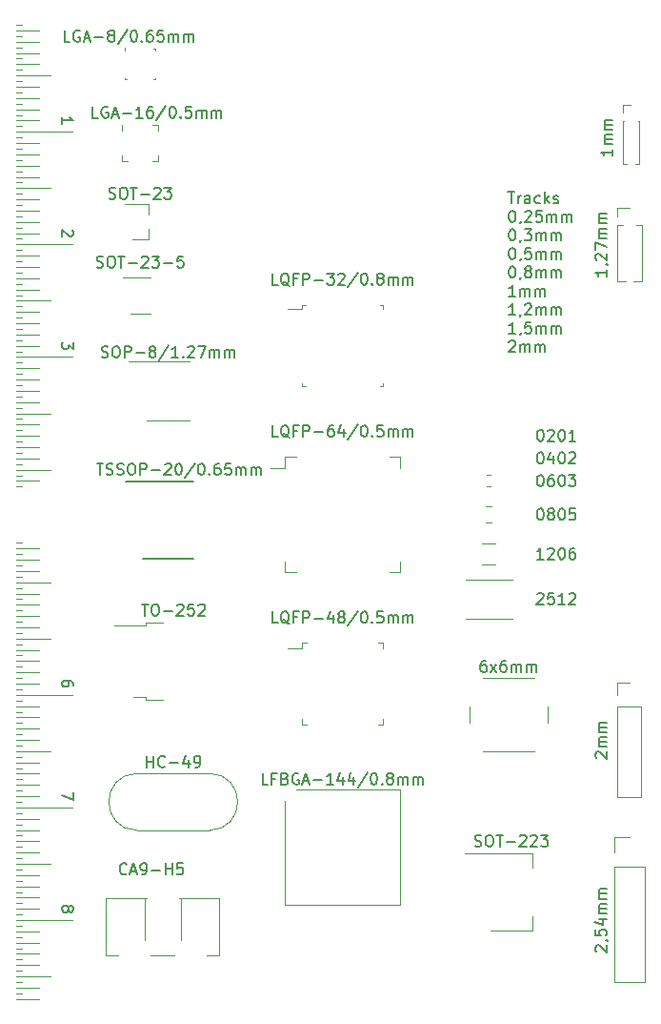
<source format=gbr>
G04 #@! TF.GenerationSoftware,KiCad,Pcbnew,5.1.8-1.fc33*
G04 #@! TF.CreationDate,2021-01-13T18:10:52+01:00*
G04 #@! TF.ProjectId,holder,686f6c64-6572-42e6-9b69-6361645f7063,rev?*
G04 #@! TF.SameCoordinates,Original*
G04 #@! TF.FileFunction,Legend,Top*
G04 #@! TF.FilePolarity,Positive*
%FSLAX46Y46*%
G04 Gerber Fmt 4.6, Leading zero omitted, Abs format (unit mm)*
G04 Created by KiCad (PCBNEW 5.1.8-1.fc33) date 2021-01-13 18:10:52*
%MOMM*%
%LPD*%
G01*
G04 APERTURE LIST*
%ADD10C,0.060000*%
%ADD11C,0.150000*%
%ADD12C,0.120000*%
%ADD13C,0.100000*%
G04 APERTURE END LIST*
D10*
X160000000Y-60500000D02*
X160500000Y-60500000D01*
D11*
X203692738Y-75352380D02*
X204264166Y-75352380D01*
X203978452Y-76352380D02*
X203978452Y-75352380D01*
X204597500Y-76352380D02*
X204597500Y-75685714D01*
X204597500Y-75876190D02*
X204645119Y-75780952D01*
X204692738Y-75733333D01*
X204787976Y-75685714D01*
X204883214Y-75685714D01*
X205645119Y-76352380D02*
X205645119Y-75828571D01*
X205597500Y-75733333D01*
X205502261Y-75685714D01*
X205311785Y-75685714D01*
X205216547Y-75733333D01*
X205645119Y-76304761D02*
X205549880Y-76352380D01*
X205311785Y-76352380D01*
X205216547Y-76304761D01*
X205168928Y-76209523D01*
X205168928Y-76114285D01*
X205216547Y-76019047D01*
X205311785Y-75971428D01*
X205549880Y-75971428D01*
X205645119Y-75923809D01*
X206549880Y-76304761D02*
X206454642Y-76352380D01*
X206264166Y-76352380D01*
X206168928Y-76304761D01*
X206121309Y-76257142D01*
X206073690Y-76161904D01*
X206073690Y-75876190D01*
X206121309Y-75780952D01*
X206168928Y-75733333D01*
X206264166Y-75685714D01*
X206454642Y-75685714D01*
X206549880Y-75733333D01*
X206978452Y-76352380D02*
X206978452Y-75352380D01*
X207073690Y-75971428D02*
X207359404Y-76352380D01*
X207359404Y-75685714D02*
X206978452Y-76066666D01*
X207740357Y-76304761D02*
X207835595Y-76352380D01*
X208026071Y-76352380D01*
X208121309Y-76304761D01*
X208168928Y-76209523D01*
X208168928Y-76161904D01*
X208121309Y-76066666D01*
X208026071Y-76019047D01*
X207883214Y-76019047D01*
X207787976Y-75971428D01*
X207740357Y-75876190D01*
X207740357Y-75828571D01*
X207787976Y-75733333D01*
X207883214Y-75685714D01*
X208026071Y-75685714D01*
X208121309Y-75733333D01*
X204026071Y-77002380D02*
X204121309Y-77002380D01*
X204216547Y-77050000D01*
X204264166Y-77097619D01*
X204311785Y-77192857D01*
X204359404Y-77383333D01*
X204359404Y-77621428D01*
X204311785Y-77811904D01*
X204264166Y-77907142D01*
X204216547Y-77954761D01*
X204121309Y-78002380D01*
X204026071Y-78002380D01*
X203930833Y-77954761D01*
X203883214Y-77907142D01*
X203835595Y-77811904D01*
X203787976Y-77621428D01*
X203787976Y-77383333D01*
X203835595Y-77192857D01*
X203883214Y-77097619D01*
X203930833Y-77050000D01*
X204026071Y-77002380D01*
X204835595Y-77954761D02*
X204835595Y-78002380D01*
X204787976Y-78097619D01*
X204740357Y-78145238D01*
X205216547Y-77097619D02*
X205264166Y-77050000D01*
X205359404Y-77002380D01*
X205597500Y-77002380D01*
X205692738Y-77050000D01*
X205740357Y-77097619D01*
X205787976Y-77192857D01*
X205787976Y-77288095D01*
X205740357Y-77430952D01*
X205168928Y-78002380D01*
X205787976Y-78002380D01*
X206692738Y-77002380D02*
X206216547Y-77002380D01*
X206168928Y-77478571D01*
X206216547Y-77430952D01*
X206311785Y-77383333D01*
X206549880Y-77383333D01*
X206645119Y-77430952D01*
X206692738Y-77478571D01*
X206740357Y-77573809D01*
X206740357Y-77811904D01*
X206692738Y-77907142D01*
X206645119Y-77954761D01*
X206549880Y-78002380D01*
X206311785Y-78002380D01*
X206216547Y-77954761D01*
X206168928Y-77907142D01*
X207168928Y-78002380D02*
X207168928Y-77335714D01*
X207168928Y-77430952D02*
X207216547Y-77383333D01*
X207311785Y-77335714D01*
X207454642Y-77335714D01*
X207549880Y-77383333D01*
X207597500Y-77478571D01*
X207597500Y-78002380D01*
X207597500Y-77478571D02*
X207645119Y-77383333D01*
X207740357Y-77335714D01*
X207883214Y-77335714D01*
X207978452Y-77383333D01*
X208026071Y-77478571D01*
X208026071Y-78002380D01*
X208502261Y-78002380D02*
X208502261Y-77335714D01*
X208502261Y-77430952D02*
X208549880Y-77383333D01*
X208645119Y-77335714D01*
X208787976Y-77335714D01*
X208883214Y-77383333D01*
X208930833Y-77478571D01*
X208930833Y-78002380D01*
X208930833Y-77478571D02*
X208978452Y-77383333D01*
X209073690Y-77335714D01*
X209216547Y-77335714D01*
X209311785Y-77383333D01*
X209359404Y-77478571D01*
X209359404Y-78002380D01*
X204026071Y-78652380D02*
X204121309Y-78652380D01*
X204216547Y-78700000D01*
X204264166Y-78747619D01*
X204311785Y-78842857D01*
X204359404Y-79033333D01*
X204359404Y-79271428D01*
X204311785Y-79461904D01*
X204264166Y-79557142D01*
X204216547Y-79604761D01*
X204121309Y-79652380D01*
X204026071Y-79652380D01*
X203930833Y-79604761D01*
X203883214Y-79557142D01*
X203835595Y-79461904D01*
X203787976Y-79271428D01*
X203787976Y-79033333D01*
X203835595Y-78842857D01*
X203883214Y-78747619D01*
X203930833Y-78700000D01*
X204026071Y-78652380D01*
X204835595Y-79604761D02*
X204835595Y-79652380D01*
X204787976Y-79747619D01*
X204740357Y-79795238D01*
X205168928Y-78652380D02*
X205787976Y-78652380D01*
X205454642Y-79033333D01*
X205597500Y-79033333D01*
X205692738Y-79080952D01*
X205740357Y-79128571D01*
X205787976Y-79223809D01*
X205787976Y-79461904D01*
X205740357Y-79557142D01*
X205692738Y-79604761D01*
X205597500Y-79652380D01*
X205311785Y-79652380D01*
X205216547Y-79604761D01*
X205168928Y-79557142D01*
X206216547Y-79652380D02*
X206216547Y-78985714D01*
X206216547Y-79080952D02*
X206264166Y-79033333D01*
X206359404Y-78985714D01*
X206502261Y-78985714D01*
X206597500Y-79033333D01*
X206645119Y-79128571D01*
X206645119Y-79652380D01*
X206645119Y-79128571D02*
X206692738Y-79033333D01*
X206787976Y-78985714D01*
X206930833Y-78985714D01*
X207026071Y-79033333D01*
X207073690Y-79128571D01*
X207073690Y-79652380D01*
X207549880Y-79652380D02*
X207549880Y-78985714D01*
X207549880Y-79080952D02*
X207597500Y-79033333D01*
X207692738Y-78985714D01*
X207835595Y-78985714D01*
X207930833Y-79033333D01*
X207978452Y-79128571D01*
X207978452Y-79652380D01*
X207978452Y-79128571D02*
X208026071Y-79033333D01*
X208121309Y-78985714D01*
X208264166Y-78985714D01*
X208359404Y-79033333D01*
X208407023Y-79128571D01*
X208407023Y-79652380D01*
X204026071Y-80302380D02*
X204121309Y-80302380D01*
X204216547Y-80350000D01*
X204264166Y-80397619D01*
X204311785Y-80492857D01*
X204359404Y-80683333D01*
X204359404Y-80921428D01*
X204311785Y-81111904D01*
X204264166Y-81207142D01*
X204216547Y-81254761D01*
X204121309Y-81302380D01*
X204026071Y-81302380D01*
X203930833Y-81254761D01*
X203883214Y-81207142D01*
X203835595Y-81111904D01*
X203787976Y-80921428D01*
X203787976Y-80683333D01*
X203835595Y-80492857D01*
X203883214Y-80397619D01*
X203930833Y-80350000D01*
X204026071Y-80302380D01*
X204835595Y-81254761D02*
X204835595Y-81302380D01*
X204787976Y-81397619D01*
X204740357Y-81445238D01*
X205740357Y-80302380D02*
X205264166Y-80302380D01*
X205216547Y-80778571D01*
X205264166Y-80730952D01*
X205359404Y-80683333D01*
X205597500Y-80683333D01*
X205692738Y-80730952D01*
X205740357Y-80778571D01*
X205787976Y-80873809D01*
X205787976Y-81111904D01*
X205740357Y-81207142D01*
X205692738Y-81254761D01*
X205597500Y-81302380D01*
X205359404Y-81302380D01*
X205264166Y-81254761D01*
X205216547Y-81207142D01*
X206216547Y-81302380D02*
X206216547Y-80635714D01*
X206216547Y-80730952D02*
X206264166Y-80683333D01*
X206359404Y-80635714D01*
X206502261Y-80635714D01*
X206597500Y-80683333D01*
X206645119Y-80778571D01*
X206645119Y-81302380D01*
X206645119Y-80778571D02*
X206692738Y-80683333D01*
X206787976Y-80635714D01*
X206930833Y-80635714D01*
X207026071Y-80683333D01*
X207073690Y-80778571D01*
X207073690Y-81302380D01*
X207549880Y-81302380D02*
X207549880Y-80635714D01*
X207549880Y-80730952D02*
X207597500Y-80683333D01*
X207692738Y-80635714D01*
X207835595Y-80635714D01*
X207930833Y-80683333D01*
X207978452Y-80778571D01*
X207978452Y-81302380D01*
X207978452Y-80778571D02*
X208026071Y-80683333D01*
X208121309Y-80635714D01*
X208264166Y-80635714D01*
X208359404Y-80683333D01*
X208407023Y-80778571D01*
X208407023Y-81302380D01*
X204026071Y-81952380D02*
X204121309Y-81952380D01*
X204216547Y-82000000D01*
X204264166Y-82047619D01*
X204311785Y-82142857D01*
X204359404Y-82333333D01*
X204359404Y-82571428D01*
X204311785Y-82761904D01*
X204264166Y-82857142D01*
X204216547Y-82904761D01*
X204121309Y-82952380D01*
X204026071Y-82952380D01*
X203930833Y-82904761D01*
X203883214Y-82857142D01*
X203835595Y-82761904D01*
X203787976Y-82571428D01*
X203787976Y-82333333D01*
X203835595Y-82142857D01*
X203883214Y-82047619D01*
X203930833Y-82000000D01*
X204026071Y-81952380D01*
X204835595Y-82904761D02*
X204835595Y-82952380D01*
X204787976Y-83047619D01*
X204740357Y-83095238D01*
X205407023Y-82380952D02*
X205311785Y-82333333D01*
X205264166Y-82285714D01*
X205216547Y-82190476D01*
X205216547Y-82142857D01*
X205264166Y-82047619D01*
X205311785Y-82000000D01*
X205407023Y-81952380D01*
X205597500Y-81952380D01*
X205692738Y-82000000D01*
X205740357Y-82047619D01*
X205787976Y-82142857D01*
X205787976Y-82190476D01*
X205740357Y-82285714D01*
X205692738Y-82333333D01*
X205597500Y-82380952D01*
X205407023Y-82380952D01*
X205311785Y-82428571D01*
X205264166Y-82476190D01*
X205216547Y-82571428D01*
X205216547Y-82761904D01*
X205264166Y-82857142D01*
X205311785Y-82904761D01*
X205407023Y-82952380D01*
X205597500Y-82952380D01*
X205692738Y-82904761D01*
X205740357Y-82857142D01*
X205787976Y-82761904D01*
X205787976Y-82571428D01*
X205740357Y-82476190D01*
X205692738Y-82428571D01*
X205597500Y-82380952D01*
X206216547Y-82952380D02*
X206216547Y-82285714D01*
X206216547Y-82380952D02*
X206264166Y-82333333D01*
X206359404Y-82285714D01*
X206502261Y-82285714D01*
X206597500Y-82333333D01*
X206645119Y-82428571D01*
X206645119Y-82952380D01*
X206645119Y-82428571D02*
X206692738Y-82333333D01*
X206787976Y-82285714D01*
X206930833Y-82285714D01*
X207026071Y-82333333D01*
X207073690Y-82428571D01*
X207073690Y-82952380D01*
X207549880Y-82952380D02*
X207549880Y-82285714D01*
X207549880Y-82380952D02*
X207597500Y-82333333D01*
X207692738Y-82285714D01*
X207835595Y-82285714D01*
X207930833Y-82333333D01*
X207978452Y-82428571D01*
X207978452Y-82952380D01*
X207978452Y-82428571D02*
X208026071Y-82333333D01*
X208121309Y-82285714D01*
X208264166Y-82285714D01*
X208359404Y-82333333D01*
X208407023Y-82428571D01*
X208407023Y-82952380D01*
X204359404Y-84602380D02*
X203787976Y-84602380D01*
X204073690Y-84602380D02*
X204073690Y-83602380D01*
X203978452Y-83745238D01*
X203883214Y-83840476D01*
X203787976Y-83888095D01*
X204787976Y-84602380D02*
X204787976Y-83935714D01*
X204787976Y-84030952D02*
X204835595Y-83983333D01*
X204930833Y-83935714D01*
X205073690Y-83935714D01*
X205168928Y-83983333D01*
X205216547Y-84078571D01*
X205216547Y-84602380D01*
X205216547Y-84078571D02*
X205264166Y-83983333D01*
X205359404Y-83935714D01*
X205502261Y-83935714D01*
X205597500Y-83983333D01*
X205645119Y-84078571D01*
X205645119Y-84602380D01*
X206121309Y-84602380D02*
X206121309Y-83935714D01*
X206121309Y-84030952D02*
X206168928Y-83983333D01*
X206264166Y-83935714D01*
X206407023Y-83935714D01*
X206502261Y-83983333D01*
X206549880Y-84078571D01*
X206549880Y-84602380D01*
X206549880Y-84078571D02*
X206597500Y-83983333D01*
X206692738Y-83935714D01*
X206835595Y-83935714D01*
X206930833Y-83983333D01*
X206978452Y-84078571D01*
X206978452Y-84602380D01*
X204359404Y-86252380D02*
X203787976Y-86252380D01*
X204073690Y-86252380D02*
X204073690Y-85252380D01*
X203978452Y-85395238D01*
X203883214Y-85490476D01*
X203787976Y-85538095D01*
X204835595Y-86204761D02*
X204835595Y-86252380D01*
X204787976Y-86347619D01*
X204740357Y-86395238D01*
X205216547Y-85347619D02*
X205264166Y-85300000D01*
X205359404Y-85252380D01*
X205597500Y-85252380D01*
X205692738Y-85300000D01*
X205740357Y-85347619D01*
X205787976Y-85442857D01*
X205787976Y-85538095D01*
X205740357Y-85680952D01*
X205168928Y-86252380D01*
X205787976Y-86252380D01*
X206216547Y-86252380D02*
X206216547Y-85585714D01*
X206216547Y-85680952D02*
X206264166Y-85633333D01*
X206359404Y-85585714D01*
X206502261Y-85585714D01*
X206597500Y-85633333D01*
X206645119Y-85728571D01*
X206645119Y-86252380D01*
X206645119Y-85728571D02*
X206692738Y-85633333D01*
X206787976Y-85585714D01*
X206930833Y-85585714D01*
X207026071Y-85633333D01*
X207073690Y-85728571D01*
X207073690Y-86252380D01*
X207549880Y-86252380D02*
X207549880Y-85585714D01*
X207549880Y-85680952D02*
X207597500Y-85633333D01*
X207692738Y-85585714D01*
X207835595Y-85585714D01*
X207930833Y-85633333D01*
X207978452Y-85728571D01*
X207978452Y-86252380D01*
X207978452Y-85728571D02*
X208026071Y-85633333D01*
X208121309Y-85585714D01*
X208264166Y-85585714D01*
X208359404Y-85633333D01*
X208407023Y-85728571D01*
X208407023Y-86252380D01*
X204359404Y-87902380D02*
X203787976Y-87902380D01*
X204073690Y-87902380D02*
X204073690Y-86902380D01*
X203978452Y-87045238D01*
X203883214Y-87140476D01*
X203787976Y-87188095D01*
X204835595Y-87854761D02*
X204835595Y-87902380D01*
X204787976Y-87997619D01*
X204740357Y-88045238D01*
X205740357Y-86902380D02*
X205264166Y-86902380D01*
X205216547Y-87378571D01*
X205264166Y-87330952D01*
X205359404Y-87283333D01*
X205597500Y-87283333D01*
X205692738Y-87330952D01*
X205740357Y-87378571D01*
X205787976Y-87473809D01*
X205787976Y-87711904D01*
X205740357Y-87807142D01*
X205692738Y-87854761D01*
X205597500Y-87902380D01*
X205359404Y-87902380D01*
X205264166Y-87854761D01*
X205216547Y-87807142D01*
X206216547Y-87902380D02*
X206216547Y-87235714D01*
X206216547Y-87330952D02*
X206264166Y-87283333D01*
X206359404Y-87235714D01*
X206502261Y-87235714D01*
X206597500Y-87283333D01*
X206645119Y-87378571D01*
X206645119Y-87902380D01*
X206645119Y-87378571D02*
X206692738Y-87283333D01*
X206787976Y-87235714D01*
X206930833Y-87235714D01*
X207026071Y-87283333D01*
X207073690Y-87378571D01*
X207073690Y-87902380D01*
X207549880Y-87902380D02*
X207549880Y-87235714D01*
X207549880Y-87330952D02*
X207597500Y-87283333D01*
X207692738Y-87235714D01*
X207835595Y-87235714D01*
X207930833Y-87283333D01*
X207978452Y-87378571D01*
X207978452Y-87902380D01*
X207978452Y-87378571D02*
X208026071Y-87283333D01*
X208121309Y-87235714D01*
X208264166Y-87235714D01*
X208359404Y-87283333D01*
X208407023Y-87378571D01*
X208407023Y-87902380D01*
X203787976Y-88647619D02*
X203835595Y-88600000D01*
X203930833Y-88552380D01*
X204168928Y-88552380D01*
X204264166Y-88600000D01*
X204311785Y-88647619D01*
X204359404Y-88742857D01*
X204359404Y-88838095D01*
X204311785Y-88980952D01*
X203740357Y-89552380D01*
X204359404Y-89552380D01*
X204787976Y-89552380D02*
X204787976Y-88885714D01*
X204787976Y-88980952D02*
X204835595Y-88933333D01*
X204930833Y-88885714D01*
X205073690Y-88885714D01*
X205168928Y-88933333D01*
X205216547Y-89028571D01*
X205216547Y-89552380D01*
X205216547Y-89028571D02*
X205264166Y-88933333D01*
X205359404Y-88885714D01*
X205502261Y-88885714D01*
X205597500Y-88933333D01*
X205645119Y-89028571D01*
X205645119Y-89552380D01*
X206121309Y-89552380D02*
X206121309Y-88885714D01*
X206121309Y-88980952D02*
X206168928Y-88933333D01*
X206264166Y-88885714D01*
X206407023Y-88885714D01*
X206502261Y-88933333D01*
X206549880Y-89028571D01*
X206549880Y-89552380D01*
X206549880Y-89028571D02*
X206597500Y-88933333D01*
X206692738Y-88885714D01*
X206835595Y-88885714D01*
X206930833Y-88933333D01*
X206978452Y-89028571D01*
X206978452Y-89552380D01*
X164619047Y-138904761D02*
X164666666Y-138809523D01*
X164714285Y-138761904D01*
X164809523Y-138714285D01*
X164857142Y-138714285D01*
X164952380Y-138761904D01*
X165000000Y-138809523D01*
X165047619Y-138904761D01*
X165047619Y-139095238D01*
X165000000Y-139190476D01*
X164952380Y-139238095D01*
X164857142Y-139285714D01*
X164809523Y-139285714D01*
X164714285Y-139238095D01*
X164666666Y-139190476D01*
X164619047Y-139095238D01*
X164619047Y-138904761D01*
X164571428Y-138809523D01*
X164523809Y-138761904D01*
X164428571Y-138714285D01*
X164238095Y-138714285D01*
X164142857Y-138761904D01*
X164095238Y-138809523D01*
X164047619Y-138904761D01*
X164047619Y-139095238D01*
X164095238Y-139190476D01*
X164142857Y-139238095D01*
X164238095Y-139285714D01*
X164428571Y-139285714D01*
X164523809Y-139238095D01*
X164571428Y-139190476D01*
X164619047Y-139095238D01*
X165047619Y-128666666D02*
X165047619Y-129333333D01*
X164047619Y-128904761D01*
X165047619Y-119190476D02*
X165047619Y-119000000D01*
X165000000Y-118904761D01*
X164952380Y-118857142D01*
X164809523Y-118761904D01*
X164619047Y-118714285D01*
X164238095Y-118714285D01*
X164142857Y-118761904D01*
X164095238Y-118809523D01*
X164047619Y-118904761D01*
X164047619Y-119095238D01*
X164095238Y-119190476D01*
X164142857Y-119238095D01*
X164238095Y-119285714D01*
X164476190Y-119285714D01*
X164571428Y-119238095D01*
X164619047Y-119190476D01*
X164666666Y-119095238D01*
X164666666Y-118904761D01*
X164619047Y-118809523D01*
X164571428Y-118761904D01*
X164476190Y-118714285D01*
X165047619Y-88666666D02*
X165047619Y-89285714D01*
X164666666Y-88952380D01*
X164666666Y-89095238D01*
X164619047Y-89190476D01*
X164571428Y-89238095D01*
X164476190Y-89285714D01*
X164238095Y-89285714D01*
X164142857Y-89238095D01*
X164095238Y-89190476D01*
X164047619Y-89095238D01*
X164047619Y-88809523D01*
X164095238Y-88714285D01*
X164142857Y-88666666D01*
X164952380Y-78714285D02*
X165000000Y-78761904D01*
X165047619Y-78857142D01*
X165047619Y-79095238D01*
X165000000Y-79190476D01*
X164952380Y-79238095D01*
X164857142Y-79285714D01*
X164761904Y-79285714D01*
X164619047Y-79238095D01*
X164047619Y-78666666D01*
X164047619Y-79285714D01*
X164047619Y-69285714D02*
X164047619Y-68714285D01*
X164047619Y-69000000D02*
X165047619Y-69000000D01*
X164904761Y-68904761D01*
X164809523Y-68809523D01*
X164761904Y-68714285D01*
D10*
X160000000Y-146500000D02*
X160500000Y-146500000D01*
X160000000Y-145500000D02*
X160500000Y-145500000D01*
X160000000Y-144500000D02*
X160500000Y-144500000D01*
X160000000Y-143500000D02*
X160500000Y-143500000D01*
X160000000Y-142500000D02*
X160500000Y-142500000D01*
X160000000Y-141500000D02*
X160500000Y-141500000D01*
X160000000Y-140500000D02*
X160500000Y-140500000D01*
X160000000Y-139500000D02*
X160500000Y-139500000D01*
X160000000Y-138500000D02*
X160500000Y-138500000D01*
X160000000Y-137500000D02*
X160500000Y-137500000D01*
X160000000Y-136500000D02*
X160500000Y-136500000D01*
X160000000Y-135500000D02*
X160500000Y-135500000D01*
X160000000Y-134500000D02*
X160500000Y-134500000D01*
X160000000Y-133500000D02*
X160500000Y-133500000D01*
X160000000Y-132500000D02*
X160500000Y-132500000D01*
X160000000Y-131500000D02*
X160500000Y-131500000D01*
X160000000Y-130500000D02*
X160500000Y-130500000D01*
X160000000Y-129500000D02*
X160500000Y-129500000D01*
X160000000Y-128500000D02*
X160500000Y-128500000D01*
X160000000Y-127500000D02*
X160500000Y-127500000D01*
X160000000Y-126500000D02*
X160500000Y-126500000D01*
X160000000Y-125500000D02*
X160500000Y-125500000D01*
X160000000Y-124500000D02*
X160500000Y-124500000D01*
X160000000Y-123500000D02*
X160500000Y-123500000D01*
X160000000Y-122500000D02*
X160500000Y-122500000D01*
X160000000Y-121500000D02*
X160500000Y-121500000D01*
X160000000Y-120500000D02*
X160500000Y-120500000D01*
X160000000Y-119500000D02*
X160500000Y-119500000D01*
X160000000Y-118500000D02*
X160500000Y-118500000D01*
X160000000Y-117500000D02*
X160500000Y-117500000D01*
X160000000Y-116500000D02*
X160500000Y-116500000D01*
X160000000Y-115500000D02*
X160500000Y-115500000D01*
X160000000Y-114500000D02*
X160500000Y-114500000D01*
X160000000Y-113500000D02*
X160500000Y-113500000D01*
X160000000Y-112500000D02*
X160500000Y-112500000D01*
X160000000Y-111500000D02*
X160500000Y-111500000D01*
X160000000Y-110500000D02*
X160500000Y-110500000D01*
X160000000Y-109500000D02*
X160500000Y-109500000D01*
X160000000Y-108500000D02*
X160500000Y-108500000D01*
X160000000Y-107500000D02*
X160500000Y-107500000D01*
X160000000Y-106500000D02*
X160500000Y-106500000D01*
X160000000Y-101500000D02*
X160500000Y-101500000D01*
X160000000Y-100500000D02*
X160500000Y-100500000D01*
X160000000Y-99500000D02*
X160500000Y-99500000D01*
X160000000Y-98500000D02*
X160500000Y-98500000D01*
X160000000Y-97500000D02*
X160500000Y-97500000D01*
X160000000Y-96500000D02*
X160500000Y-96500000D01*
X160000000Y-95500000D02*
X160500000Y-95500000D01*
X160000000Y-94500000D02*
X160500000Y-94500000D01*
X160000000Y-93500000D02*
X160500000Y-93500000D01*
X160000000Y-92500000D02*
X160500000Y-92500000D01*
X160000000Y-91500000D02*
X160500000Y-91500000D01*
X160000000Y-90500000D02*
X160500000Y-90500000D01*
X160000000Y-89500000D02*
X160500000Y-89500000D01*
X160000000Y-88500000D02*
X160500000Y-88500000D01*
X160000000Y-87500000D02*
X160500000Y-87500000D01*
X160000000Y-86500000D02*
X160500000Y-86500000D01*
X160000000Y-85500000D02*
X160500000Y-85500000D01*
X160000000Y-84500000D02*
X160500000Y-84500000D01*
X160000000Y-83500000D02*
X160500000Y-83500000D01*
X160000000Y-82500000D02*
X160500000Y-82500000D01*
X160000000Y-81500000D02*
X160500000Y-81500000D01*
X160000000Y-80500000D02*
X160500000Y-80500000D01*
X160000000Y-79500000D02*
X160500000Y-79500000D01*
X160000000Y-78500000D02*
X160500000Y-78500000D01*
X160000000Y-77500000D02*
X160500000Y-77500000D01*
X160000000Y-76500000D02*
X160500000Y-76500000D01*
X160000000Y-75500000D02*
X160500000Y-75500000D01*
X160000000Y-74500000D02*
X160500000Y-74500000D01*
X160000000Y-73500000D02*
X160500000Y-73500000D01*
X160000000Y-72500000D02*
X160500000Y-72500000D01*
X160000000Y-71500000D02*
X160500000Y-71500000D01*
X160000000Y-70500000D02*
X160500000Y-70500000D01*
X160000000Y-69500000D02*
X160500000Y-69500000D01*
X160000000Y-68500000D02*
X160500000Y-68500000D01*
X160000000Y-67500000D02*
X160500000Y-67500000D01*
X160000000Y-66500000D02*
X160500000Y-66500000D01*
X160000000Y-65500000D02*
X160500000Y-65500000D01*
X160000000Y-64500000D02*
X160500000Y-64500000D01*
X160000000Y-63500000D02*
X160500000Y-63500000D01*
X160000000Y-62500000D02*
X160500000Y-62500000D01*
X160000000Y-61500000D02*
X160500000Y-61500000D01*
D12*
X160000000Y-100000000D02*
X163000000Y-100000000D01*
X160000000Y-144000000D02*
X162000000Y-144000000D01*
X160000000Y-146000000D02*
X162000000Y-146000000D01*
X160000000Y-147000000D02*
X162000000Y-147000000D01*
X160000000Y-145000000D02*
X163000000Y-145000000D01*
X160000000Y-141000000D02*
X162000000Y-141000000D01*
X160000000Y-142000000D02*
X162000000Y-142000000D01*
X160000000Y-143000000D02*
X162000000Y-143000000D01*
X160000000Y-134000000D02*
X162000000Y-134000000D01*
X160000000Y-140000000D02*
X165000000Y-140000000D01*
X160000000Y-136000000D02*
X162000000Y-136000000D01*
X160000000Y-138000000D02*
X162000000Y-138000000D01*
X160000000Y-139000000D02*
X162000000Y-139000000D01*
X160000000Y-137000000D02*
X162000000Y-137000000D01*
X160000000Y-135000000D02*
X163000000Y-135000000D01*
X160000000Y-131000000D02*
X162000000Y-131000000D01*
X160000000Y-132000000D02*
X162000000Y-132000000D01*
X160000000Y-133000000D02*
X162000000Y-133000000D01*
X160000000Y-124000000D02*
X162000000Y-124000000D01*
X160000000Y-130000000D02*
X165000000Y-130000000D01*
X160000000Y-126000000D02*
X162000000Y-126000000D01*
X160000000Y-128000000D02*
X162000000Y-128000000D01*
X160000000Y-129000000D02*
X162000000Y-129000000D01*
X160000000Y-127000000D02*
X162000000Y-127000000D01*
X160000000Y-125000000D02*
X163000000Y-125000000D01*
X160000000Y-121000000D02*
X162000000Y-121000000D01*
X160000000Y-122000000D02*
X162000000Y-122000000D01*
X160000000Y-123000000D02*
X162000000Y-123000000D01*
X160000000Y-114000000D02*
X162000000Y-114000000D01*
X160000000Y-120000000D02*
X165000000Y-120000000D01*
X160000000Y-116000000D02*
X162000000Y-116000000D01*
X160000000Y-118000000D02*
X162000000Y-118000000D01*
X160000000Y-119000000D02*
X162000000Y-119000000D01*
X160000000Y-117000000D02*
X162000000Y-117000000D01*
X160000000Y-115000000D02*
X163000000Y-115000000D01*
X160000000Y-111000000D02*
X162000000Y-111000000D01*
X160000000Y-112000000D02*
X162000000Y-112000000D01*
X160000000Y-113000000D02*
X162000000Y-113000000D01*
X160000000Y-110000000D02*
X163000000Y-110000000D01*
X160000000Y-108000000D02*
X162000000Y-108000000D01*
X160000000Y-109000000D02*
X162000000Y-109000000D01*
X160000000Y-107000000D02*
X162000000Y-107000000D01*
X160000000Y-101000000D02*
X162000000Y-101000000D01*
X160000000Y-94000000D02*
X162000000Y-94000000D01*
X160000000Y-96000000D02*
X162000000Y-96000000D01*
X160000000Y-98000000D02*
X162000000Y-98000000D01*
X160000000Y-99000000D02*
X162000000Y-99000000D01*
X160000000Y-97000000D02*
X162000000Y-97000000D01*
X160000000Y-95000000D02*
X163000000Y-95000000D01*
X160000000Y-91000000D02*
X162000000Y-91000000D01*
X160000000Y-92000000D02*
X162000000Y-92000000D01*
X160000000Y-93000000D02*
X162000000Y-93000000D01*
X160000000Y-84000000D02*
X162000000Y-84000000D01*
X160000000Y-90000000D02*
X165000000Y-90000000D01*
X160000000Y-86000000D02*
X162000000Y-86000000D01*
X160000000Y-88000000D02*
X162000000Y-88000000D01*
X160000000Y-89000000D02*
X162000000Y-89000000D01*
X160000000Y-87000000D02*
X162000000Y-87000000D01*
X160000000Y-85000000D02*
X163000000Y-85000000D01*
X160000000Y-81000000D02*
X162000000Y-81000000D01*
X160000000Y-82000000D02*
X162000000Y-82000000D01*
X160000000Y-83000000D02*
X162000000Y-83000000D01*
X160000000Y-74000000D02*
X162000000Y-74000000D01*
X160000000Y-80000000D02*
X165000000Y-80000000D01*
X160000000Y-76000000D02*
X162000000Y-76000000D01*
X160000000Y-78000000D02*
X162000000Y-78000000D01*
X160000000Y-79000000D02*
X162000000Y-79000000D01*
X160000000Y-77000000D02*
X162000000Y-77000000D01*
X160000000Y-75000000D02*
X163000000Y-75000000D01*
X160000000Y-71000000D02*
X162000000Y-71000000D01*
X160000000Y-72000000D02*
X162000000Y-72000000D01*
X160000000Y-73000000D02*
X162000000Y-73000000D01*
X160000000Y-70000000D02*
X165000000Y-70000000D01*
X160000000Y-69000000D02*
X162000000Y-69000000D01*
X160000000Y-68000000D02*
X162000000Y-68000000D01*
X160000000Y-67000000D02*
X162000000Y-67000000D01*
X160000000Y-66000000D02*
X162000000Y-66000000D01*
X160000000Y-65000000D02*
X163000000Y-65000000D01*
X160000000Y-64000000D02*
X162000000Y-64000000D01*
X160000000Y-63000000D02*
X162000000Y-63000000D01*
X160000000Y-62000000D02*
X162000000Y-62000000D01*
X160000000Y-61000000D02*
X162000000Y-61000000D01*
X205910000Y-140910000D02*
X205910000Y-139650000D01*
X205910000Y-134090000D02*
X205910000Y-135350000D01*
X202150000Y-140910000D02*
X205910000Y-140910000D01*
X199900000Y-134090000D02*
X205910000Y-134090000D01*
X201500000Y-125000000D02*
X206000000Y-125000000D01*
X200250000Y-121000000D02*
X200250000Y-122500000D01*
X206000000Y-118500000D02*
X201500000Y-118500000D01*
X207250000Y-122500000D02*
X207250000Y-121000000D01*
X167979000Y-143121000D02*
X167979000Y-138080000D01*
X178020000Y-143121000D02*
X178020000Y-138080000D01*
X167979000Y-138080000D02*
X171575000Y-138080000D01*
X174425000Y-138080000D02*
X178020000Y-138080000D01*
X176925000Y-143121000D02*
X178020000Y-143121000D01*
X167979000Y-143121000D02*
X169074000Y-143121000D01*
X171926000Y-143121000D02*
X174075000Y-143121000D01*
X171380000Y-141763000D02*
X171380000Y-138080000D01*
X174620000Y-141763000D02*
X174620000Y-138080000D01*
X171926000Y-143121000D02*
X174075000Y-143121000D01*
X171380000Y-138080000D02*
X171575000Y-138080000D01*
X174425000Y-138080000D02*
X174620000Y-138080000D01*
X184875000Y-128375000D02*
X194125000Y-128375000D01*
X194125000Y-128375000D02*
X194125000Y-138625000D01*
X194125000Y-138625000D02*
X183875000Y-138625000D01*
X183875000Y-138625000D02*
X183875000Y-129375000D01*
X199947936Y-109790000D02*
X204052064Y-109790000D01*
X199947936Y-113210000D02*
X204052064Y-113210000D01*
X201397936Y-106590000D02*
X202602064Y-106590000D01*
X201397936Y-108410000D02*
X202602064Y-108410000D01*
X201741422Y-103290000D02*
X202258578Y-103290000D01*
X201741422Y-104710000D02*
X202258578Y-104710000D01*
X201837221Y-100490000D02*
X202162779Y-100490000D01*
X201837221Y-101510000D02*
X202162779Y-101510000D01*
X213170000Y-145490000D02*
X215830000Y-145490000D01*
X213170000Y-135270000D02*
X213170000Y-145490000D01*
X215830000Y-135270000D02*
X215830000Y-145490000D01*
X213170000Y-135270000D02*
X215830000Y-135270000D01*
X213170000Y-134000000D02*
X213170000Y-132670000D01*
X213170000Y-132670000D02*
X214500000Y-132670000D01*
X213440000Y-129060000D02*
X215560000Y-129060000D01*
X213440000Y-121000000D02*
X213440000Y-129060000D01*
X215560000Y-121000000D02*
X215560000Y-129060000D01*
X213440000Y-121000000D02*
X215560000Y-121000000D01*
X213440000Y-120000000D02*
X213440000Y-118940000D01*
X213440000Y-118940000D02*
X214500000Y-118940000D01*
X213390000Y-83275000D02*
X214192470Y-83275000D01*
X214807530Y-83275000D02*
X215610000Y-83275000D01*
X213390000Y-78260000D02*
X213390000Y-83275000D01*
X215610000Y-78260000D02*
X215610000Y-83275000D01*
X213390000Y-78260000D02*
X213936529Y-78260000D01*
X215063471Y-78260000D02*
X215610000Y-78260000D01*
X213390000Y-77500000D02*
X213390000Y-76740000D01*
X213390000Y-76740000D02*
X214500000Y-76740000D01*
X213935000Y-72886000D02*
X214235507Y-72886000D01*
X215024493Y-72886000D02*
X215325000Y-72886000D01*
X213935000Y-69011000D02*
X213935000Y-72886000D01*
X215325000Y-69011000D02*
X215325000Y-72886000D01*
X213935000Y-69011000D02*
X214021724Y-69011000D01*
X215238276Y-69011000D02*
X215325000Y-69011000D01*
X213935000Y-68326000D02*
X213935000Y-67641000D01*
X213935000Y-67641000D02*
X214630000Y-67641000D01*
X170740000Y-126975000D02*
X177140000Y-126975000D01*
X170740000Y-132025000D02*
X177140000Y-132025000D01*
X177140000Y-132025000D02*
G75*
G03*
X177140000Y-126975000I0J2525000D01*
G01*
X170740000Y-132025000D02*
G75*
G02*
X170740000Y-126975000I0J2525000D01*
G01*
X170100000Y-86110000D02*
X171900000Y-86110000D01*
X171900000Y-82890000D02*
X169450000Y-82890000D01*
X171760000Y-79580000D02*
X171760000Y-78650000D01*
X171760000Y-76420000D02*
X171760000Y-77350000D01*
X171760000Y-76420000D02*
X169600000Y-76420000D01*
X171760000Y-79580000D02*
X170300000Y-79580000D01*
X173030000Y-113550000D02*
X171530000Y-113550000D01*
X171530000Y-113550000D02*
X171530000Y-113820000D01*
X171530000Y-113820000D02*
X168700000Y-113820000D01*
X173030000Y-120450000D02*
X171530000Y-120450000D01*
X171530000Y-120450000D02*
X171530000Y-120180000D01*
X171530000Y-120180000D02*
X170430000Y-120180000D01*
X173500000Y-95590000D02*
X175380000Y-95590000D01*
X173500000Y-95590000D02*
X171620000Y-95590000D01*
X173500000Y-90410000D02*
X175380000Y-90410000D01*
X173500000Y-90410000D02*
X169975000Y-90410000D01*
D11*
X171275000Y-107950000D02*
X175725000Y-107950000D01*
X169750000Y-101050000D02*
X175725000Y-101050000D01*
D13*
X172100000Y-69400000D02*
X172600000Y-69400000D01*
X172600000Y-69400000D02*
X172600000Y-69900000D01*
X172600000Y-72600000D02*
X172600000Y-72100000D01*
X172600000Y-72100000D02*
X172600000Y-72600000D01*
X172600000Y-72600000D02*
X172100000Y-72600000D01*
X169400000Y-72600000D02*
X169900000Y-72600000D01*
X169400000Y-72600000D02*
X169400000Y-72100000D01*
X169400000Y-69400000D02*
X169400000Y-69900000D01*
X169650000Y-65360000D02*
X169800000Y-65360000D01*
X169650000Y-65350000D02*
X169650000Y-65200000D01*
X172350000Y-65350000D02*
X172350000Y-65200000D01*
X172350000Y-65350000D02*
X172200000Y-65350000D01*
X172200000Y-62650000D02*
X172350000Y-62650000D01*
X172350000Y-62650000D02*
X172350000Y-62800000D01*
X169650000Y-62800000D02*
X169650000Y-62550000D01*
D12*
X192160000Y-122610000D02*
X192610000Y-122610000D01*
X192610000Y-122610000D02*
X192610000Y-122160000D01*
X185840000Y-122610000D02*
X185390000Y-122610000D01*
X185390000Y-122610000D02*
X185390000Y-122160000D01*
X192160000Y-115390000D02*
X192610000Y-115390000D01*
X192610000Y-115390000D02*
X192610000Y-115840000D01*
X185840000Y-115390000D02*
X185390000Y-115390000D01*
X185390000Y-115390000D02*
X185390000Y-115840000D01*
X185390000Y-115840000D02*
X184100000Y-115840000D01*
X192310000Y-92610000D02*
X192610000Y-92610000D01*
X192610000Y-92610000D02*
X192610000Y-92310000D01*
X185690000Y-92610000D02*
X185390000Y-92610000D01*
X185390000Y-92610000D02*
X185390000Y-92310000D01*
X192310000Y-85390000D02*
X192610000Y-85390000D01*
X192610000Y-85390000D02*
X192610000Y-85690000D01*
X185690000Y-85390000D02*
X185390000Y-85390000D01*
X185390000Y-85390000D02*
X185390000Y-85690000D01*
X185390000Y-85690000D02*
X184075000Y-85690000D01*
X193160000Y-109110000D02*
X194110000Y-109110000D01*
X194110000Y-109110000D02*
X194110000Y-108160000D01*
X184840000Y-109110000D02*
X183890000Y-109110000D01*
X183890000Y-109110000D02*
X183890000Y-108160000D01*
X193160000Y-98890000D02*
X194110000Y-98890000D01*
X194110000Y-98890000D02*
X194110000Y-99840000D01*
X184840000Y-98890000D02*
X183890000Y-98890000D01*
X183890000Y-98890000D02*
X183890000Y-99840000D01*
X183890000Y-99840000D02*
X182550000Y-99840000D01*
D11*
X200761904Y-133404761D02*
X200904761Y-133452380D01*
X201142857Y-133452380D01*
X201238095Y-133404761D01*
X201285714Y-133357142D01*
X201333333Y-133261904D01*
X201333333Y-133166666D01*
X201285714Y-133071428D01*
X201238095Y-133023809D01*
X201142857Y-132976190D01*
X200952380Y-132928571D01*
X200857142Y-132880952D01*
X200809523Y-132833333D01*
X200761904Y-132738095D01*
X200761904Y-132642857D01*
X200809523Y-132547619D01*
X200857142Y-132500000D01*
X200952380Y-132452380D01*
X201190476Y-132452380D01*
X201333333Y-132500000D01*
X201952380Y-132452380D02*
X202142857Y-132452380D01*
X202238095Y-132500000D01*
X202333333Y-132595238D01*
X202380952Y-132785714D01*
X202380952Y-133119047D01*
X202333333Y-133309523D01*
X202238095Y-133404761D01*
X202142857Y-133452380D01*
X201952380Y-133452380D01*
X201857142Y-133404761D01*
X201761904Y-133309523D01*
X201714285Y-133119047D01*
X201714285Y-132785714D01*
X201761904Y-132595238D01*
X201857142Y-132500000D01*
X201952380Y-132452380D01*
X202666666Y-132452380D02*
X203238095Y-132452380D01*
X202952380Y-133452380D02*
X202952380Y-132452380D01*
X203571428Y-133071428D02*
X204333333Y-133071428D01*
X204761904Y-132547619D02*
X204809523Y-132500000D01*
X204904761Y-132452380D01*
X205142857Y-132452380D01*
X205238095Y-132500000D01*
X205285714Y-132547619D01*
X205333333Y-132642857D01*
X205333333Y-132738095D01*
X205285714Y-132880952D01*
X204714285Y-133452380D01*
X205333333Y-133452380D01*
X205714285Y-132547619D02*
X205761904Y-132500000D01*
X205857142Y-132452380D01*
X206095238Y-132452380D01*
X206190476Y-132500000D01*
X206238095Y-132547619D01*
X206285714Y-132642857D01*
X206285714Y-132738095D01*
X206238095Y-132880952D01*
X205666666Y-133452380D01*
X206285714Y-133452380D01*
X206619047Y-132452380D02*
X207238095Y-132452380D01*
X206904761Y-132833333D01*
X207047619Y-132833333D01*
X207142857Y-132880952D01*
X207190476Y-132928571D01*
X207238095Y-133023809D01*
X207238095Y-133261904D01*
X207190476Y-133357142D01*
X207142857Y-133404761D01*
X207047619Y-133452380D01*
X206761904Y-133452380D01*
X206666666Y-133404761D01*
X206619047Y-133357142D01*
X201726190Y-116952380D02*
X201535714Y-116952380D01*
X201440476Y-117000000D01*
X201392857Y-117047619D01*
X201297619Y-117190476D01*
X201250000Y-117380952D01*
X201250000Y-117761904D01*
X201297619Y-117857142D01*
X201345238Y-117904761D01*
X201440476Y-117952380D01*
X201630952Y-117952380D01*
X201726190Y-117904761D01*
X201773809Y-117857142D01*
X201821428Y-117761904D01*
X201821428Y-117523809D01*
X201773809Y-117428571D01*
X201726190Y-117380952D01*
X201630952Y-117333333D01*
X201440476Y-117333333D01*
X201345238Y-117380952D01*
X201297619Y-117428571D01*
X201250000Y-117523809D01*
X202154761Y-117952380D02*
X202678571Y-117285714D01*
X202154761Y-117285714D02*
X202678571Y-117952380D01*
X203488095Y-116952380D02*
X203297619Y-116952380D01*
X203202380Y-117000000D01*
X203154761Y-117047619D01*
X203059523Y-117190476D01*
X203011904Y-117380952D01*
X203011904Y-117761904D01*
X203059523Y-117857142D01*
X203107142Y-117904761D01*
X203202380Y-117952380D01*
X203392857Y-117952380D01*
X203488095Y-117904761D01*
X203535714Y-117857142D01*
X203583333Y-117761904D01*
X203583333Y-117523809D01*
X203535714Y-117428571D01*
X203488095Y-117380952D01*
X203392857Y-117333333D01*
X203202380Y-117333333D01*
X203107142Y-117380952D01*
X203059523Y-117428571D01*
X203011904Y-117523809D01*
X204011904Y-117952380D02*
X204011904Y-117285714D01*
X204011904Y-117380952D02*
X204059523Y-117333333D01*
X204154761Y-117285714D01*
X204297619Y-117285714D01*
X204392857Y-117333333D01*
X204440476Y-117428571D01*
X204440476Y-117952380D01*
X204440476Y-117428571D02*
X204488095Y-117333333D01*
X204583333Y-117285714D01*
X204726190Y-117285714D01*
X204821428Y-117333333D01*
X204869047Y-117428571D01*
X204869047Y-117952380D01*
X205345238Y-117952380D02*
X205345238Y-117285714D01*
X205345238Y-117380952D02*
X205392857Y-117333333D01*
X205488095Y-117285714D01*
X205630952Y-117285714D01*
X205726190Y-117333333D01*
X205773809Y-117428571D01*
X205773809Y-117952380D01*
X205773809Y-117428571D02*
X205821428Y-117333333D01*
X205916666Y-117285714D01*
X206059523Y-117285714D01*
X206154761Y-117333333D01*
X206202380Y-117428571D01*
X206202380Y-117952380D01*
X169785714Y-135857142D02*
X169738095Y-135904761D01*
X169595238Y-135952380D01*
X169500000Y-135952380D01*
X169357142Y-135904761D01*
X169261904Y-135809523D01*
X169214285Y-135714285D01*
X169166666Y-135523809D01*
X169166666Y-135380952D01*
X169214285Y-135190476D01*
X169261904Y-135095238D01*
X169357142Y-135000000D01*
X169500000Y-134952380D01*
X169595238Y-134952380D01*
X169738095Y-135000000D01*
X169785714Y-135047619D01*
X170166666Y-135666666D02*
X170642857Y-135666666D01*
X170071428Y-135952380D02*
X170404761Y-134952380D01*
X170738095Y-135952380D01*
X171119047Y-135952380D02*
X171309523Y-135952380D01*
X171404761Y-135904761D01*
X171452380Y-135857142D01*
X171547619Y-135714285D01*
X171595238Y-135523809D01*
X171595238Y-135142857D01*
X171547619Y-135047619D01*
X171500000Y-135000000D01*
X171404761Y-134952380D01*
X171214285Y-134952380D01*
X171119047Y-135000000D01*
X171071428Y-135047619D01*
X171023809Y-135142857D01*
X171023809Y-135380952D01*
X171071428Y-135476190D01*
X171119047Y-135523809D01*
X171214285Y-135571428D01*
X171404761Y-135571428D01*
X171500000Y-135523809D01*
X171547619Y-135476190D01*
X171595238Y-135380952D01*
X172023809Y-135571428D02*
X172785714Y-135571428D01*
X173261904Y-135952380D02*
X173261904Y-134952380D01*
X173261904Y-135428571D02*
X173833333Y-135428571D01*
X173833333Y-135952380D02*
X173833333Y-134952380D01*
X174785714Y-134952380D02*
X174309523Y-134952380D01*
X174261904Y-135428571D01*
X174309523Y-135380952D01*
X174404761Y-135333333D01*
X174642857Y-135333333D01*
X174738095Y-135380952D01*
X174785714Y-135428571D01*
X174833333Y-135523809D01*
X174833333Y-135761904D01*
X174785714Y-135857142D01*
X174738095Y-135904761D01*
X174642857Y-135952380D01*
X174404761Y-135952380D01*
X174309523Y-135904761D01*
X174261904Y-135857142D01*
X182357142Y-127952380D02*
X181880952Y-127952380D01*
X181880952Y-126952380D01*
X183023809Y-127428571D02*
X182690476Y-127428571D01*
X182690476Y-127952380D02*
X182690476Y-126952380D01*
X183166666Y-126952380D01*
X183880952Y-127428571D02*
X184023809Y-127476190D01*
X184071428Y-127523809D01*
X184119047Y-127619047D01*
X184119047Y-127761904D01*
X184071428Y-127857142D01*
X184023809Y-127904761D01*
X183928571Y-127952380D01*
X183547619Y-127952380D01*
X183547619Y-126952380D01*
X183880952Y-126952380D01*
X183976190Y-127000000D01*
X184023809Y-127047619D01*
X184071428Y-127142857D01*
X184071428Y-127238095D01*
X184023809Y-127333333D01*
X183976190Y-127380952D01*
X183880952Y-127428571D01*
X183547619Y-127428571D01*
X185071428Y-127000000D02*
X184976190Y-126952380D01*
X184833333Y-126952380D01*
X184690476Y-127000000D01*
X184595238Y-127095238D01*
X184547619Y-127190476D01*
X184500000Y-127380952D01*
X184500000Y-127523809D01*
X184547619Y-127714285D01*
X184595238Y-127809523D01*
X184690476Y-127904761D01*
X184833333Y-127952380D01*
X184928571Y-127952380D01*
X185071428Y-127904761D01*
X185119047Y-127857142D01*
X185119047Y-127523809D01*
X184928571Y-127523809D01*
X185500000Y-127666666D02*
X185976190Y-127666666D01*
X185404761Y-127952380D02*
X185738095Y-126952380D01*
X186071428Y-127952380D01*
X186404761Y-127571428D02*
X187166666Y-127571428D01*
X188166666Y-127952380D02*
X187595238Y-127952380D01*
X187880952Y-127952380D02*
X187880952Y-126952380D01*
X187785714Y-127095238D01*
X187690476Y-127190476D01*
X187595238Y-127238095D01*
X189023809Y-127285714D02*
X189023809Y-127952380D01*
X188785714Y-126904761D02*
X188547619Y-127619047D01*
X189166666Y-127619047D01*
X189976190Y-127285714D02*
X189976190Y-127952380D01*
X189738095Y-126904761D02*
X189500000Y-127619047D01*
X190119047Y-127619047D01*
X191214285Y-126904761D02*
X190357142Y-128190476D01*
X191738095Y-126952380D02*
X191833333Y-126952380D01*
X191928571Y-127000000D01*
X191976190Y-127047619D01*
X192023809Y-127142857D01*
X192071428Y-127333333D01*
X192071428Y-127571428D01*
X192023809Y-127761904D01*
X191976190Y-127857142D01*
X191928571Y-127904761D01*
X191833333Y-127952380D01*
X191738095Y-127952380D01*
X191642857Y-127904761D01*
X191595238Y-127857142D01*
X191547619Y-127761904D01*
X191500000Y-127571428D01*
X191500000Y-127333333D01*
X191547619Y-127142857D01*
X191595238Y-127047619D01*
X191642857Y-127000000D01*
X191738095Y-126952380D01*
X192500000Y-127857142D02*
X192547619Y-127904761D01*
X192500000Y-127952380D01*
X192452380Y-127904761D01*
X192500000Y-127857142D01*
X192500000Y-127952380D01*
X193119047Y-127380952D02*
X193023809Y-127333333D01*
X192976190Y-127285714D01*
X192928571Y-127190476D01*
X192928571Y-127142857D01*
X192976190Y-127047619D01*
X193023809Y-127000000D01*
X193119047Y-126952380D01*
X193309523Y-126952380D01*
X193404761Y-127000000D01*
X193452380Y-127047619D01*
X193500000Y-127142857D01*
X193500000Y-127190476D01*
X193452380Y-127285714D01*
X193404761Y-127333333D01*
X193309523Y-127380952D01*
X193119047Y-127380952D01*
X193023809Y-127428571D01*
X192976190Y-127476190D01*
X192928571Y-127571428D01*
X192928571Y-127761904D01*
X192976190Y-127857142D01*
X193023809Y-127904761D01*
X193119047Y-127952380D01*
X193309523Y-127952380D01*
X193404761Y-127904761D01*
X193452380Y-127857142D01*
X193500000Y-127761904D01*
X193500000Y-127571428D01*
X193452380Y-127476190D01*
X193404761Y-127428571D01*
X193309523Y-127380952D01*
X193928571Y-127952380D02*
X193928571Y-127285714D01*
X193928571Y-127380952D02*
X193976190Y-127333333D01*
X194071428Y-127285714D01*
X194214285Y-127285714D01*
X194309523Y-127333333D01*
X194357142Y-127428571D01*
X194357142Y-127952380D01*
X194357142Y-127428571D02*
X194404761Y-127333333D01*
X194500000Y-127285714D01*
X194642857Y-127285714D01*
X194738095Y-127333333D01*
X194785714Y-127428571D01*
X194785714Y-127952380D01*
X195261904Y-127952380D02*
X195261904Y-127285714D01*
X195261904Y-127380952D02*
X195309523Y-127333333D01*
X195404761Y-127285714D01*
X195547619Y-127285714D01*
X195642857Y-127333333D01*
X195690476Y-127428571D01*
X195690476Y-127952380D01*
X195690476Y-127428571D02*
X195738095Y-127333333D01*
X195833333Y-127285714D01*
X195976190Y-127285714D01*
X196071428Y-127333333D01*
X196119047Y-127428571D01*
X196119047Y-127952380D01*
X206285714Y-111047619D02*
X206333333Y-111000000D01*
X206428571Y-110952380D01*
X206666666Y-110952380D01*
X206761904Y-111000000D01*
X206809523Y-111047619D01*
X206857142Y-111142857D01*
X206857142Y-111238095D01*
X206809523Y-111380952D01*
X206238095Y-111952380D01*
X206857142Y-111952380D01*
X207761904Y-110952380D02*
X207285714Y-110952380D01*
X207238095Y-111428571D01*
X207285714Y-111380952D01*
X207380952Y-111333333D01*
X207619047Y-111333333D01*
X207714285Y-111380952D01*
X207761904Y-111428571D01*
X207809523Y-111523809D01*
X207809523Y-111761904D01*
X207761904Y-111857142D01*
X207714285Y-111904761D01*
X207619047Y-111952380D01*
X207380952Y-111952380D01*
X207285714Y-111904761D01*
X207238095Y-111857142D01*
X208761904Y-111952380D02*
X208190476Y-111952380D01*
X208476190Y-111952380D02*
X208476190Y-110952380D01*
X208380952Y-111095238D01*
X208285714Y-111190476D01*
X208190476Y-111238095D01*
X209142857Y-111047619D02*
X209190476Y-111000000D01*
X209285714Y-110952380D01*
X209523809Y-110952380D01*
X209619047Y-111000000D01*
X209666666Y-111047619D01*
X209714285Y-111142857D01*
X209714285Y-111238095D01*
X209666666Y-111380952D01*
X209095238Y-111952380D01*
X209714285Y-111952380D01*
X206857142Y-107952380D02*
X206285714Y-107952380D01*
X206571428Y-107952380D02*
X206571428Y-106952380D01*
X206476190Y-107095238D01*
X206380952Y-107190476D01*
X206285714Y-107238095D01*
X207238095Y-107047619D02*
X207285714Y-107000000D01*
X207380952Y-106952380D01*
X207619047Y-106952380D01*
X207714285Y-107000000D01*
X207761904Y-107047619D01*
X207809523Y-107142857D01*
X207809523Y-107238095D01*
X207761904Y-107380952D01*
X207190476Y-107952380D01*
X207809523Y-107952380D01*
X208428571Y-106952380D02*
X208523809Y-106952380D01*
X208619047Y-107000000D01*
X208666666Y-107047619D01*
X208714285Y-107142857D01*
X208761904Y-107333333D01*
X208761904Y-107571428D01*
X208714285Y-107761904D01*
X208666666Y-107857142D01*
X208619047Y-107904761D01*
X208523809Y-107952380D01*
X208428571Y-107952380D01*
X208333333Y-107904761D01*
X208285714Y-107857142D01*
X208238095Y-107761904D01*
X208190476Y-107571428D01*
X208190476Y-107333333D01*
X208238095Y-107142857D01*
X208285714Y-107047619D01*
X208333333Y-107000000D01*
X208428571Y-106952380D01*
X209619047Y-106952380D02*
X209428571Y-106952380D01*
X209333333Y-107000000D01*
X209285714Y-107047619D01*
X209190476Y-107190476D01*
X209142857Y-107380952D01*
X209142857Y-107761904D01*
X209190476Y-107857142D01*
X209238095Y-107904761D01*
X209333333Y-107952380D01*
X209523809Y-107952380D01*
X209619047Y-107904761D01*
X209666666Y-107857142D01*
X209714285Y-107761904D01*
X209714285Y-107523809D01*
X209666666Y-107428571D01*
X209619047Y-107380952D01*
X209523809Y-107333333D01*
X209333333Y-107333333D01*
X209238095Y-107380952D01*
X209190476Y-107428571D01*
X209142857Y-107523809D01*
X206523809Y-103452380D02*
X206619047Y-103452380D01*
X206714285Y-103500000D01*
X206761904Y-103547619D01*
X206809523Y-103642857D01*
X206857142Y-103833333D01*
X206857142Y-104071428D01*
X206809523Y-104261904D01*
X206761904Y-104357142D01*
X206714285Y-104404761D01*
X206619047Y-104452380D01*
X206523809Y-104452380D01*
X206428571Y-104404761D01*
X206380952Y-104357142D01*
X206333333Y-104261904D01*
X206285714Y-104071428D01*
X206285714Y-103833333D01*
X206333333Y-103642857D01*
X206380952Y-103547619D01*
X206428571Y-103500000D01*
X206523809Y-103452380D01*
X207428571Y-103880952D02*
X207333333Y-103833333D01*
X207285714Y-103785714D01*
X207238095Y-103690476D01*
X207238095Y-103642857D01*
X207285714Y-103547619D01*
X207333333Y-103500000D01*
X207428571Y-103452380D01*
X207619047Y-103452380D01*
X207714285Y-103500000D01*
X207761904Y-103547619D01*
X207809523Y-103642857D01*
X207809523Y-103690476D01*
X207761904Y-103785714D01*
X207714285Y-103833333D01*
X207619047Y-103880952D01*
X207428571Y-103880952D01*
X207333333Y-103928571D01*
X207285714Y-103976190D01*
X207238095Y-104071428D01*
X207238095Y-104261904D01*
X207285714Y-104357142D01*
X207333333Y-104404761D01*
X207428571Y-104452380D01*
X207619047Y-104452380D01*
X207714285Y-104404761D01*
X207761904Y-104357142D01*
X207809523Y-104261904D01*
X207809523Y-104071428D01*
X207761904Y-103976190D01*
X207714285Y-103928571D01*
X207619047Y-103880952D01*
X208428571Y-103452380D02*
X208523809Y-103452380D01*
X208619047Y-103500000D01*
X208666666Y-103547619D01*
X208714285Y-103642857D01*
X208761904Y-103833333D01*
X208761904Y-104071428D01*
X208714285Y-104261904D01*
X208666666Y-104357142D01*
X208619047Y-104404761D01*
X208523809Y-104452380D01*
X208428571Y-104452380D01*
X208333333Y-104404761D01*
X208285714Y-104357142D01*
X208238095Y-104261904D01*
X208190476Y-104071428D01*
X208190476Y-103833333D01*
X208238095Y-103642857D01*
X208285714Y-103547619D01*
X208333333Y-103500000D01*
X208428571Y-103452380D01*
X209666666Y-103452380D02*
X209190476Y-103452380D01*
X209142857Y-103928571D01*
X209190476Y-103880952D01*
X209285714Y-103833333D01*
X209523809Y-103833333D01*
X209619047Y-103880952D01*
X209666666Y-103928571D01*
X209714285Y-104023809D01*
X209714285Y-104261904D01*
X209666666Y-104357142D01*
X209619047Y-104404761D01*
X209523809Y-104452380D01*
X209285714Y-104452380D01*
X209190476Y-104404761D01*
X209142857Y-104357142D01*
X206523809Y-100452380D02*
X206619047Y-100452380D01*
X206714285Y-100500000D01*
X206761904Y-100547619D01*
X206809523Y-100642857D01*
X206857142Y-100833333D01*
X206857142Y-101071428D01*
X206809523Y-101261904D01*
X206761904Y-101357142D01*
X206714285Y-101404761D01*
X206619047Y-101452380D01*
X206523809Y-101452380D01*
X206428571Y-101404761D01*
X206380952Y-101357142D01*
X206333333Y-101261904D01*
X206285714Y-101071428D01*
X206285714Y-100833333D01*
X206333333Y-100642857D01*
X206380952Y-100547619D01*
X206428571Y-100500000D01*
X206523809Y-100452380D01*
X207714285Y-100452380D02*
X207523809Y-100452380D01*
X207428571Y-100500000D01*
X207380952Y-100547619D01*
X207285714Y-100690476D01*
X207238095Y-100880952D01*
X207238095Y-101261904D01*
X207285714Y-101357142D01*
X207333333Y-101404761D01*
X207428571Y-101452380D01*
X207619047Y-101452380D01*
X207714285Y-101404761D01*
X207761904Y-101357142D01*
X207809523Y-101261904D01*
X207809523Y-101023809D01*
X207761904Y-100928571D01*
X207714285Y-100880952D01*
X207619047Y-100833333D01*
X207428571Y-100833333D01*
X207333333Y-100880952D01*
X207285714Y-100928571D01*
X207238095Y-101023809D01*
X208428571Y-100452380D02*
X208523809Y-100452380D01*
X208619047Y-100500000D01*
X208666666Y-100547619D01*
X208714285Y-100642857D01*
X208761904Y-100833333D01*
X208761904Y-101071428D01*
X208714285Y-101261904D01*
X208666666Y-101357142D01*
X208619047Y-101404761D01*
X208523809Y-101452380D01*
X208428571Y-101452380D01*
X208333333Y-101404761D01*
X208285714Y-101357142D01*
X208238095Y-101261904D01*
X208190476Y-101071428D01*
X208190476Y-100833333D01*
X208238095Y-100642857D01*
X208285714Y-100547619D01*
X208333333Y-100500000D01*
X208428571Y-100452380D01*
X209095238Y-100452380D02*
X209714285Y-100452380D01*
X209380952Y-100833333D01*
X209523809Y-100833333D01*
X209619047Y-100880952D01*
X209666666Y-100928571D01*
X209714285Y-101023809D01*
X209714285Y-101261904D01*
X209666666Y-101357142D01*
X209619047Y-101404761D01*
X209523809Y-101452380D01*
X209238095Y-101452380D01*
X209142857Y-101404761D01*
X209095238Y-101357142D01*
X206523809Y-98452380D02*
X206619047Y-98452380D01*
X206714285Y-98500000D01*
X206761904Y-98547619D01*
X206809523Y-98642857D01*
X206857142Y-98833333D01*
X206857142Y-99071428D01*
X206809523Y-99261904D01*
X206761904Y-99357142D01*
X206714285Y-99404761D01*
X206619047Y-99452380D01*
X206523809Y-99452380D01*
X206428571Y-99404761D01*
X206380952Y-99357142D01*
X206333333Y-99261904D01*
X206285714Y-99071428D01*
X206285714Y-98833333D01*
X206333333Y-98642857D01*
X206380952Y-98547619D01*
X206428571Y-98500000D01*
X206523809Y-98452380D01*
X207714285Y-98785714D02*
X207714285Y-99452380D01*
X207476190Y-98404761D02*
X207238095Y-99119047D01*
X207857142Y-99119047D01*
X208428571Y-98452380D02*
X208523809Y-98452380D01*
X208619047Y-98500000D01*
X208666666Y-98547619D01*
X208714285Y-98642857D01*
X208761904Y-98833333D01*
X208761904Y-99071428D01*
X208714285Y-99261904D01*
X208666666Y-99357142D01*
X208619047Y-99404761D01*
X208523809Y-99452380D01*
X208428571Y-99452380D01*
X208333333Y-99404761D01*
X208285714Y-99357142D01*
X208238095Y-99261904D01*
X208190476Y-99071428D01*
X208190476Y-98833333D01*
X208238095Y-98642857D01*
X208285714Y-98547619D01*
X208333333Y-98500000D01*
X208428571Y-98452380D01*
X209142857Y-98547619D02*
X209190476Y-98500000D01*
X209285714Y-98452380D01*
X209523809Y-98452380D01*
X209619047Y-98500000D01*
X209666666Y-98547619D01*
X209714285Y-98642857D01*
X209714285Y-98738095D01*
X209666666Y-98880952D01*
X209095238Y-99452380D01*
X209714285Y-99452380D01*
X206523809Y-96452380D02*
X206619047Y-96452380D01*
X206714285Y-96500000D01*
X206761904Y-96547619D01*
X206809523Y-96642857D01*
X206857142Y-96833333D01*
X206857142Y-97071428D01*
X206809523Y-97261904D01*
X206761904Y-97357142D01*
X206714285Y-97404761D01*
X206619047Y-97452380D01*
X206523809Y-97452380D01*
X206428571Y-97404761D01*
X206380952Y-97357142D01*
X206333333Y-97261904D01*
X206285714Y-97071428D01*
X206285714Y-96833333D01*
X206333333Y-96642857D01*
X206380952Y-96547619D01*
X206428571Y-96500000D01*
X206523809Y-96452380D01*
X207238095Y-96547619D02*
X207285714Y-96500000D01*
X207380952Y-96452380D01*
X207619047Y-96452380D01*
X207714285Y-96500000D01*
X207761904Y-96547619D01*
X207809523Y-96642857D01*
X207809523Y-96738095D01*
X207761904Y-96880952D01*
X207190476Y-97452380D01*
X207809523Y-97452380D01*
X208428571Y-96452380D02*
X208523809Y-96452380D01*
X208619047Y-96500000D01*
X208666666Y-96547619D01*
X208714285Y-96642857D01*
X208761904Y-96833333D01*
X208761904Y-97071428D01*
X208714285Y-97261904D01*
X208666666Y-97357142D01*
X208619047Y-97404761D01*
X208523809Y-97452380D01*
X208428571Y-97452380D01*
X208333333Y-97404761D01*
X208285714Y-97357142D01*
X208238095Y-97261904D01*
X208190476Y-97071428D01*
X208190476Y-96833333D01*
X208238095Y-96642857D01*
X208285714Y-96547619D01*
X208333333Y-96500000D01*
X208428571Y-96452380D01*
X209714285Y-97452380D02*
X209142857Y-97452380D01*
X209428571Y-97452380D02*
X209428571Y-96452380D01*
X209333333Y-96595238D01*
X209238095Y-96690476D01*
X209142857Y-96738095D01*
X211547619Y-142809523D02*
X211500000Y-142761904D01*
X211452380Y-142666666D01*
X211452380Y-142428571D01*
X211500000Y-142333333D01*
X211547619Y-142285714D01*
X211642857Y-142238095D01*
X211738095Y-142238095D01*
X211880952Y-142285714D01*
X212452380Y-142857142D01*
X212452380Y-142238095D01*
X212404761Y-141761904D02*
X212452380Y-141761904D01*
X212547619Y-141809523D01*
X212595238Y-141857142D01*
X211452380Y-140857142D02*
X211452380Y-141333333D01*
X211928571Y-141380952D01*
X211880952Y-141333333D01*
X211833333Y-141238095D01*
X211833333Y-141000000D01*
X211880952Y-140904761D01*
X211928571Y-140857142D01*
X212023809Y-140809523D01*
X212261904Y-140809523D01*
X212357142Y-140857142D01*
X212404761Y-140904761D01*
X212452380Y-141000000D01*
X212452380Y-141238095D01*
X212404761Y-141333333D01*
X212357142Y-141380952D01*
X211785714Y-139952380D02*
X212452380Y-139952380D01*
X211404761Y-140190476D02*
X212119047Y-140428571D01*
X212119047Y-139809523D01*
X212452380Y-139428571D02*
X211785714Y-139428571D01*
X211880952Y-139428571D02*
X211833333Y-139380952D01*
X211785714Y-139285714D01*
X211785714Y-139142857D01*
X211833333Y-139047619D01*
X211928571Y-139000000D01*
X212452380Y-139000000D01*
X211928571Y-139000000D02*
X211833333Y-138952380D01*
X211785714Y-138857142D01*
X211785714Y-138714285D01*
X211833333Y-138619047D01*
X211928571Y-138571428D01*
X212452380Y-138571428D01*
X212452380Y-138095238D02*
X211785714Y-138095238D01*
X211880952Y-138095238D02*
X211833333Y-138047619D01*
X211785714Y-137952380D01*
X211785714Y-137809523D01*
X211833333Y-137714285D01*
X211928571Y-137666666D01*
X212452380Y-137666666D01*
X211928571Y-137666666D02*
X211833333Y-137619047D01*
X211785714Y-137523809D01*
X211785714Y-137380952D01*
X211833333Y-137285714D01*
X211928571Y-137238095D01*
X212452380Y-137238095D01*
X211547619Y-125619047D02*
X211500000Y-125571428D01*
X211452380Y-125476190D01*
X211452380Y-125238095D01*
X211500000Y-125142857D01*
X211547619Y-125095238D01*
X211642857Y-125047619D01*
X211738095Y-125047619D01*
X211880952Y-125095238D01*
X212452380Y-125666666D01*
X212452380Y-125047619D01*
X212452380Y-124619047D02*
X211785714Y-124619047D01*
X211880952Y-124619047D02*
X211833333Y-124571428D01*
X211785714Y-124476190D01*
X211785714Y-124333333D01*
X211833333Y-124238095D01*
X211928571Y-124190476D01*
X212452380Y-124190476D01*
X211928571Y-124190476D02*
X211833333Y-124142857D01*
X211785714Y-124047619D01*
X211785714Y-123904761D01*
X211833333Y-123809523D01*
X211928571Y-123761904D01*
X212452380Y-123761904D01*
X212452380Y-123285714D02*
X211785714Y-123285714D01*
X211880952Y-123285714D02*
X211833333Y-123238095D01*
X211785714Y-123142857D01*
X211785714Y-123000000D01*
X211833333Y-122904761D01*
X211928571Y-122857142D01*
X212452380Y-122857142D01*
X211928571Y-122857142D02*
X211833333Y-122809523D01*
X211785714Y-122714285D01*
X211785714Y-122571428D01*
X211833333Y-122476190D01*
X211928571Y-122428571D01*
X212452380Y-122428571D01*
X212452380Y-82238095D02*
X212452380Y-82809523D01*
X212452380Y-82523809D02*
X211452380Y-82523809D01*
X211595238Y-82619047D01*
X211690476Y-82714285D01*
X211738095Y-82809523D01*
X212404761Y-81761904D02*
X212452380Y-81761904D01*
X212547619Y-81809523D01*
X212595238Y-81857142D01*
X211547619Y-81380952D02*
X211500000Y-81333333D01*
X211452380Y-81238095D01*
X211452380Y-81000000D01*
X211500000Y-80904761D01*
X211547619Y-80857142D01*
X211642857Y-80809523D01*
X211738095Y-80809523D01*
X211880952Y-80857142D01*
X212452380Y-81428571D01*
X212452380Y-80809523D01*
X211452380Y-80476190D02*
X211452380Y-79809523D01*
X212452380Y-80238095D01*
X212452380Y-79428571D02*
X211785714Y-79428571D01*
X211880952Y-79428571D02*
X211833333Y-79380952D01*
X211785714Y-79285714D01*
X211785714Y-79142857D01*
X211833333Y-79047619D01*
X211928571Y-79000000D01*
X212452380Y-79000000D01*
X211928571Y-79000000D02*
X211833333Y-78952380D01*
X211785714Y-78857142D01*
X211785714Y-78714285D01*
X211833333Y-78619047D01*
X211928571Y-78571428D01*
X212452380Y-78571428D01*
X212452380Y-78095238D02*
X211785714Y-78095238D01*
X211880952Y-78095238D02*
X211833333Y-78047619D01*
X211785714Y-77952380D01*
X211785714Y-77809523D01*
X211833333Y-77714285D01*
X211928571Y-77666666D01*
X212452380Y-77666666D01*
X211928571Y-77666666D02*
X211833333Y-77619047D01*
X211785714Y-77523809D01*
X211785714Y-77380952D01*
X211833333Y-77285714D01*
X211928571Y-77238095D01*
X212452380Y-77238095D01*
X212952380Y-71547619D02*
X212952380Y-72119047D01*
X212952380Y-71833333D02*
X211952380Y-71833333D01*
X212095238Y-71928571D01*
X212190476Y-72023809D01*
X212238095Y-72119047D01*
X212952380Y-71119047D02*
X212285714Y-71119047D01*
X212380952Y-71119047D02*
X212333333Y-71071428D01*
X212285714Y-70976190D01*
X212285714Y-70833333D01*
X212333333Y-70738095D01*
X212428571Y-70690476D01*
X212952380Y-70690476D01*
X212428571Y-70690476D02*
X212333333Y-70642857D01*
X212285714Y-70547619D01*
X212285714Y-70404761D01*
X212333333Y-70309523D01*
X212428571Y-70261904D01*
X212952380Y-70261904D01*
X212952380Y-69785714D02*
X212285714Y-69785714D01*
X212380952Y-69785714D02*
X212333333Y-69738095D01*
X212285714Y-69642857D01*
X212285714Y-69500000D01*
X212333333Y-69404761D01*
X212428571Y-69357142D01*
X212952380Y-69357142D01*
X212428571Y-69357142D02*
X212333333Y-69309523D01*
X212285714Y-69214285D01*
X212285714Y-69071428D01*
X212333333Y-68976190D01*
X212428571Y-68928571D01*
X212952380Y-68928571D01*
X171582857Y-126427380D02*
X171582857Y-125427380D01*
X171582857Y-125903571D02*
X172154285Y-125903571D01*
X172154285Y-126427380D02*
X172154285Y-125427380D01*
X173201904Y-126332142D02*
X173154285Y-126379761D01*
X173011428Y-126427380D01*
X172916190Y-126427380D01*
X172773333Y-126379761D01*
X172678095Y-126284523D01*
X172630476Y-126189285D01*
X172582857Y-125998809D01*
X172582857Y-125855952D01*
X172630476Y-125665476D01*
X172678095Y-125570238D01*
X172773333Y-125475000D01*
X172916190Y-125427380D01*
X173011428Y-125427380D01*
X173154285Y-125475000D01*
X173201904Y-125522619D01*
X173630476Y-126046428D02*
X174392380Y-126046428D01*
X175297142Y-125760714D02*
X175297142Y-126427380D01*
X175059047Y-125379761D02*
X174820952Y-126094047D01*
X175440000Y-126094047D01*
X175868571Y-126427380D02*
X176059047Y-126427380D01*
X176154285Y-126379761D01*
X176201904Y-126332142D01*
X176297142Y-126189285D01*
X176344761Y-125998809D01*
X176344761Y-125617857D01*
X176297142Y-125522619D01*
X176249523Y-125475000D01*
X176154285Y-125427380D01*
X175963809Y-125427380D01*
X175868571Y-125475000D01*
X175820952Y-125522619D01*
X175773333Y-125617857D01*
X175773333Y-125855952D01*
X175820952Y-125951190D01*
X175868571Y-125998809D01*
X175963809Y-126046428D01*
X176154285Y-126046428D01*
X176249523Y-125998809D01*
X176297142Y-125951190D01*
X176344761Y-125855952D01*
X167142857Y-82004761D02*
X167285714Y-82052380D01*
X167523809Y-82052380D01*
X167619047Y-82004761D01*
X167666666Y-81957142D01*
X167714285Y-81861904D01*
X167714285Y-81766666D01*
X167666666Y-81671428D01*
X167619047Y-81623809D01*
X167523809Y-81576190D01*
X167333333Y-81528571D01*
X167238095Y-81480952D01*
X167190476Y-81433333D01*
X167142857Y-81338095D01*
X167142857Y-81242857D01*
X167190476Y-81147619D01*
X167238095Y-81100000D01*
X167333333Y-81052380D01*
X167571428Y-81052380D01*
X167714285Y-81100000D01*
X168333333Y-81052380D02*
X168523809Y-81052380D01*
X168619047Y-81100000D01*
X168714285Y-81195238D01*
X168761904Y-81385714D01*
X168761904Y-81719047D01*
X168714285Y-81909523D01*
X168619047Y-82004761D01*
X168523809Y-82052380D01*
X168333333Y-82052380D01*
X168238095Y-82004761D01*
X168142857Y-81909523D01*
X168095238Y-81719047D01*
X168095238Y-81385714D01*
X168142857Y-81195238D01*
X168238095Y-81100000D01*
X168333333Y-81052380D01*
X169047619Y-81052380D02*
X169619047Y-81052380D01*
X169333333Y-82052380D02*
X169333333Y-81052380D01*
X169952380Y-81671428D02*
X170714285Y-81671428D01*
X171142857Y-81147619D02*
X171190476Y-81100000D01*
X171285714Y-81052380D01*
X171523809Y-81052380D01*
X171619047Y-81100000D01*
X171666666Y-81147619D01*
X171714285Y-81242857D01*
X171714285Y-81338095D01*
X171666666Y-81480952D01*
X171095238Y-82052380D01*
X171714285Y-82052380D01*
X172047619Y-81052380D02*
X172666666Y-81052380D01*
X172333333Y-81433333D01*
X172476190Y-81433333D01*
X172571428Y-81480952D01*
X172619047Y-81528571D01*
X172666666Y-81623809D01*
X172666666Y-81861904D01*
X172619047Y-81957142D01*
X172571428Y-82004761D01*
X172476190Y-82052380D01*
X172190476Y-82052380D01*
X172095238Y-82004761D01*
X172047619Y-81957142D01*
X173095238Y-81671428D02*
X173857142Y-81671428D01*
X174809523Y-81052380D02*
X174333333Y-81052380D01*
X174285714Y-81528571D01*
X174333333Y-81480952D01*
X174428571Y-81433333D01*
X174666666Y-81433333D01*
X174761904Y-81480952D01*
X174809523Y-81528571D01*
X174857142Y-81623809D01*
X174857142Y-81861904D01*
X174809523Y-81957142D01*
X174761904Y-82004761D01*
X174666666Y-82052380D01*
X174428571Y-82052380D01*
X174333333Y-82004761D01*
X174285714Y-81957142D01*
X168238095Y-75904761D02*
X168380952Y-75952380D01*
X168619047Y-75952380D01*
X168714285Y-75904761D01*
X168761904Y-75857142D01*
X168809523Y-75761904D01*
X168809523Y-75666666D01*
X168761904Y-75571428D01*
X168714285Y-75523809D01*
X168619047Y-75476190D01*
X168428571Y-75428571D01*
X168333333Y-75380952D01*
X168285714Y-75333333D01*
X168238095Y-75238095D01*
X168238095Y-75142857D01*
X168285714Y-75047619D01*
X168333333Y-75000000D01*
X168428571Y-74952380D01*
X168666666Y-74952380D01*
X168809523Y-75000000D01*
X169428571Y-74952380D02*
X169619047Y-74952380D01*
X169714285Y-75000000D01*
X169809523Y-75095238D01*
X169857142Y-75285714D01*
X169857142Y-75619047D01*
X169809523Y-75809523D01*
X169714285Y-75904761D01*
X169619047Y-75952380D01*
X169428571Y-75952380D01*
X169333333Y-75904761D01*
X169238095Y-75809523D01*
X169190476Y-75619047D01*
X169190476Y-75285714D01*
X169238095Y-75095238D01*
X169333333Y-75000000D01*
X169428571Y-74952380D01*
X170142857Y-74952380D02*
X170714285Y-74952380D01*
X170428571Y-75952380D02*
X170428571Y-74952380D01*
X171047619Y-75571428D02*
X171809523Y-75571428D01*
X172238095Y-75047619D02*
X172285714Y-75000000D01*
X172380952Y-74952380D01*
X172619047Y-74952380D01*
X172714285Y-75000000D01*
X172761904Y-75047619D01*
X172809523Y-75142857D01*
X172809523Y-75238095D01*
X172761904Y-75380952D01*
X172190476Y-75952380D01*
X172809523Y-75952380D01*
X173142857Y-74952380D02*
X173761904Y-74952380D01*
X173428571Y-75333333D01*
X173571428Y-75333333D01*
X173666666Y-75380952D01*
X173714285Y-75428571D01*
X173761904Y-75523809D01*
X173761904Y-75761904D01*
X173714285Y-75857142D01*
X173666666Y-75904761D01*
X173571428Y-75952380D01*
X173285714Y-75952380D01*
X173190476Y-75904761D01*
X173142857Y-75857142D01*
X171142857Y-111952380D02*
X171714285Y-111952380D01*
X171428571Y-112952380D02*
X171428571Y-111952380D01*
X172238095Y-111952380D02*
X172428571Y-111952380D01*
X172523809Y-112000000D01*
X172619047Y-112095238D01*
X172666666Y-112285714D01*
X172666666Y-112619047D01*
X172619047Y-112809523D01*
X172523809Y-112904761D01*
X172428571Y-112952380D01*
X172238095Y-112952380D01*
X172142857Y-112904761D01*
X172047619Y-112809523D01*
X172000000Y-112619047D01*
X172000000Y-112285714D01*
X172047619Y-112095238D01*
X172142857Y-112000000D01*
X172238095Y-111952380D01*
X173095238Y-112571428D02*
X173857142Y-112571428D01*
X174285714Y-112047619D02*
X174333333Y-112000000D01*
X174428571Y-111952380D01*
X174666666Y-111952380D01*
X174761904Y-112000000D01*
X174809523Y-112047619D01*
X174857142Y-112142857D01*
X174857142Y-112238095D01*
X174809523Y-112380952D01*
X174238095Y-112952380D01*
X174857142Y-112952380D01*
X175761904Y-111952380D02*
X175285714Y-111952380D01*
X175238095Y-112428571D01*
X175285714Y-112380952D01*
X175380952Y-112333333D01*
X175619047Y-112333333D01*
X175714285Y-112380952D01*
X175761904Y-112428571D01*
X175809523Y-112523809D01*
X175809523Y-112761904D01*
X175761904Y-112857142D01*
X175714285Y-112904761D01*
X175619047Y-112952380D01*
X175380952Y-112952380D01*
X175285714Y-112904761D01*
X175238095Y-112857142D01*
X176190476Y-112047619D02*
X176238095Y-112000000D01*
X176333333Y-111952380D01*
X176571428Y-111952380D01*
X176666666Y-112000000D01*
X176714285Y-112047619D01*
X176761904Y-112142857D01*
X176761904Y-112238095D01*
X176714285Y-112380952D01*
X176142857Y-112952380D01*
X176761904Y-112952380D01*
X167571428Y-89974761D02*
X167714285Y-90022380D01*
X167952380Y-90022380D01*
X168047619Y-89974761D01*
X168095238Y-89927142D01*
X168142857Y-89831904D01*
X168142857Y-89736666D01*
X168095238Y-89641428D01*
X168047619Y-89593809D01*
X167952380Y-89546190D01*
X167761904Y-89498571D01*
X167666666Y-89450952D01*
X167619047Y-89403333D01*
X167571428Y-89308095D01*
X167571428Y-89212857D01*
X167619047Y-89117619D01*
X167666666Y-89070000D01*
X167761904Y-89022380D01*
X168000000Y-89022380D01*
X168142857Y-89070000D01*
X168761904Y-89022380D02*
X168952380Y-89022380D01*
X169047619Y-89070000D01*
X169142857Y-89165238D01*
X169190476Y-89355714D01*
X169190476Y-89689047D01*
X169142857Y-89879523D01*
X169047619Y-89974761D01*
X168952380Y-90022380D01*
X168761904Y-90022380D01*
X168666666Y-89974761D01*
X168571428Y-89879523D01*
X168523809Y-89689047D01*
X168523809Y-89355714D01*
X168571428Y-89165238D01*
X168666666Y-89070000D01*
X168761904Y-89022380D01*
X169619047Y-90022380D02*
X169619047Y-89022380D01*
X170000000Y-89022380D01*
X170095238Y-89070000D01*
X170142857Y-89117619D01*
X170190476Y-89212857D01*
X170190476Y-89355714D01*
X170142857Y-89450952D01*
X170095238Y-89498571D01*
X170000000Y-89546190D01*
X169619047Y-89546190D01*
X170619047Y-89641428D02*
X171380952Y-89641428D01*
X172000000Y-89450952D02*
X171904761Y-89403333D01*
X171857142Y-89355714D01*
X171809523Y-89260476D01*
X171809523Y-89212857D01*
X171857142Y-89117619D01*
X171904761Y-89070000D01*
X172000000Y-89022380D01*
X172190476Y-89022380D01*
X172285714Y-89070000D01*
X172333333Y-89117619D01*
X172380952Y-89212857D01*
X172380952Y-89260476D01*
X172333333Y-89355714D01*
X172285714Y-89403333D01*
X172190476Y-89450952D01*
X172000000Y-89450952D01*
X171904761Y-89498571D01*
X171857142Y-89546190D01*
X171809523Y-89641428D01*
X171809523Y-89831904D01*
X171857142Y-89927142D01*
X171904761Y-89974761D01*
X172000000Y-90022380D01*
X172190476Y-90022380D01*
X172285714Y-89974761D01*
X172333333Y-89927142D01*
X172380952Y-89831904D01*
X172380952Y-89641428D01*
X172333333Y-89546190D01*
X172285714Y-89498571D01*
X172190476Y-89450952D01*
X173523809Y-88974761D02*
X172666666Y-90260476D01*
X174380952Y-90022380D02*
X173809523Y-90022380D01*
X174095238Y-90022380D02*
X174095238Y-89022380D01*
X174000000Y-89165238D01*
X173904761Y-89260476D01*
X173809523Y-89308095D01*
X174809523Y-89927142D02*
X174857142Y-89974761D01*
X174809523Y-90022380D01*
X174761904Y-89974761D01*
X174809523Y-89927142D01*
X174809523Y-90022380D01*
X175238095Y-89117619D02*
X175285714Y-89070000D01*
X175380952Y-89022380D01*
X175619047Y-89022380D01*
X175714285Y-89070000D01*
X175761904Y-89117619D01*
X175809523Y-89212857D01*
X175809523Y-89308095D01*
X175761904Y-89450952D01*
X175190476Y-90022380D01*
X175809523Y-90022380D01*
X176142857Y-89022380D02*
X176809523Y-89022380D01*
X176380952Y-90022380D01*
X177190476Y-90022380D02*
X177190476Y-89355714D01*
X177190476Y-89450952D02*
X177238095Y-89403333D01*
X177333333Y-89355714D01*
X177476190Y-89355714D01*
X177571428Y-89403333D01*
X177619047Y-89498571D01*
X177619047Y-90022380D01*
X177619047Y-89498571D02*
X177666666Y-89403333D01*
X177761904Y-89355714D01*
X177904761Y-89355714D01*
X178000000Y-89403333D01*
X178047619Y-89498571D01*
X178047619Y-90022380D01*
X178523809Y-90022380D02*
X178523809Y-89355714D01*
X178523809Y-89450952D02*
X178571428Y-89403333D01*
X178666666Y-89355714D01*
X178809523Y-89355714D01*
X178904761Y-89403333D01*
X178952380Y-89498571D01*
X178952380Y-90022380D01*
X178952380Y-89498571D02*
X179000000Y-89403333D01*
X179095238Y-89355714D01*
X179238095Y-89355714D01*
X179333333Y-89403333D01*
X179380952Y-89498571D01*
X179380952Y-90022380D01*
X167142857Y-99452380D02*
X167714285Y-99452380D01*
X167428571Y-100452380D02*
X167428571Y-99452380D01*
X168000000Y-100404761D02*
X168142857Y-100452380D01*
X168380952Y-100452380D01*
X168476190Y-100404761D01*
X168523809Y-100357142D01*
X168571428Y-100261904D01*
X168571428Y-100166666D01*
X168523809Y-100071428D01*
X168476190Y-100023809D01*
X168380952Y-99976190D01*
X168190476Y-99928571D01*
X168095238Y-99880952D01*
X168047619Y-99833333D01*
X168000000Y-99738095D01*
X168000000Y-99642857D01*
X168047619Y-99547619D01*
X168095238Y-99500000D01*
X168190476Y-99452380D01*
X168428571Y-99452380D01*
X168571428Y-99500000D01*
X168952380Y-100404761D02*
X169095238Y-100452380D01*
X169333333Y-100452380D01*
X169428571Y-100404761D01*
X169476190Y-100357142D01*
X169523809Y-100261904D01*
X169523809Y-100166666D01*
X169476190Y-100071428D01*
X169428571Y-100023809D01*
X169333333Y-99976190D01*
X169142857Y-99928571D01*
X169047619Y-99880952D01*
X169000000Y-99833333D01*
X168952380Y-99738095D01*
X168952380Y-99642857D01*
X169000000Y-99547619D01*
X169047619Y-99500000D01*
X169142857Y-99452380D01*
X169380952Y-99452380D01*
X169523809Y-99500000D01*
X170142857Y-99452380D02*
X170333333Y-99452380D01*
X170428571Y-99500000D01*
X170523809Y-99595238D01*
X170571428Y-99785714D01*
X170571428Y-100119047D01*
X170523809Y-100309523D01*
X170428571Y-100404761D01*
X170333333Y-100452380D01*
X170142857Y-100452380D01*
X170047619Y-100404761D01*
X169952380Y-100309523D01*
X169904761Y-100119047D01*
X169904761Y-99785714D01*
X169952380Y-99595238D01*
X170047619Y-99500000D01*
X170142857Y-99452380D01*
X171000000Y-100452380D02*
X171000000Y-99452380D01*
X171380952Y-99452380D01*
X171476190Y-99500000D01*
X171523809Y-99547619D01*
X171571428Y-99642857D01*
X171571428Y-99785714D01*
X171523809Y-99880952D01*
X171476190Y-99928571D01*
X171380952Y-99976190D01*
X171000000Y-99976190D01*
X172000000Y-100071428D02*
X172761904Y-100071428D01*
X173190476Y-99547619D02*
X173238095Y-99500000D01*
X173333333Y-99452380D01*
X173571428Y-99452380D01*
X173666666Y-99500000D01*
X173714285Y-99547619D01*
X173761904Y-99642857D01*
X173761904Y-99738095D01*
X173714285Y-99880952D01*
X173142857Y-100452380D01*
X173761904Y-100452380D01*
X174380952Y-99452380D02*
X174476190Y-99452380D01*
X174571428Y-99500000D01*
X174619047Y-99547619D01*
X174666666Y-99642857D01*
X174714285Y-99833333D01*
X174714285Y-100071428D01*
X174666666Y-100261904D01*
X174619047Y-100357142D01*
X174571428Y-100404761D01*
X174476190Y-100452380D01*
X174380952Y-100452380D01*
X174285714Y-100404761D01*
X174238095Y-100357142D01*
X174190476Y-100261904D01*
X174142857Y-100071428D01*
X174142857Y-99833333D01*
X174190476Y-99642857D01*
X174238095Y-99547619D01*
X174285714Y-99500000D01*
X174380952Y-99452380D01*
X175857142Y-99404761D02*
X175000000Y-100690476D01*
X176380952Y-99452380D02*
X176476190Y-99452380D01*
X176571428Y-99500000D01*
X176619047Y-99547619D01*
X176666666Y-99642857D01*
X176714285Y-99833333D01*
X176714285Y-100071428D01*
X176666666Y-100261904D01*
X176619047Y-100357142D01*
X176571428Y-100404761D01*
X176476190Y-100452380D01*
X176380952Y-100452380D01*
X176285714Y-100404761D01*
X176238095Y-100357142D01*
X176190476Y-100261904D01*
X176142857Y-100071428D01*
X176142857Y-99833333D01*
X176190476Y-99642857D01*
X176238095Y-99547619D01*
X176285714Y-99500000D01*
X176380952Y-99452380D01*
X177142857Y-100357142D02*
X177190476Y-100404761D01*
X177142857Y-100452380D01*
X177095238Y-100404761D01*
X177142857Y-100357142D01*
X177142857Y-100452380D01*
X178047619Y-99452380D02*
X177857142Y-99452380D01*
X177761904Y-99500000D01*
X177714285Y-99547619D01*
X177619047Y-99690476D01*
X177571428Y-99880952D01*
X177571428Y-100261904D01*
X177619047Y-100357142D01*
X177666666Y-100404761D01*
X177761904Y-100452380D01*
X177952380Y-100452380D01*
X178047619Y-100404761D01*
X178095238Y-100357142D01*
X178142857Y-100261904D01*
X178142857Y-100023809D01*
X178095238Y-99928571D01*
X178047619Y-99880952D01*
X177952380Y-99833333D01*
X177761904Y-99833333D01*
X177666666Y-99880952D01*
X177619047Y-99928571D01*
X177571428Y-100023809D01*
X179047619Y-99452380D02*
X178571428Y-99452380D01*
X178523809Y-99928571D01*
X178571428Y-99880952D01*
X178666666Y-99833333D01*
X178904761Y-99833333D01*
X179000000Y-99880952D01*
X179047619Y-99928571D01*
X179095238Y-100023809D01*
X179095238Y-100261904D01*
X179047619Y-100357142D01*
X179000000Y-100404761D01*
X178904761Y-100452380D01*
X178666666Y-100452380D01*
X178571428Y-100404761D01*
X178523809Y-100357142D01*
X179523809Y-100452380D02*
X179523809Y-99785714D01*
X179523809Y-99880952D02*
X179571428Y-99833333D01*
X179666666Y-99785714D01*
X179809523Y-99785714D01*
X179904761Y-99833333D01*
X179952380Y-99928571D01*
X179952380Y-100452380D01*
X179952380Y-99928571D02*
X180000000Y-99833333D01*
X180095238Y-99785714D01*
X180238095Y-99785714D01*
X180333333Y-99833333D01*
X180380952Y-99928571D01*
X180380952Y-100452380D01*
X180857142Y-100452380D02*
X180857142Y-99785714D01*
X180857142Y-99880952D02*
X180904761Y-99833333D01*
X181000000Y-99785714D01*
X181142857Y-99785714D01*
X181238095Y-99833333D01*
X181285714Y-99928571D01*
X181285714Y-100452380D01*
X181285714Y-99928571D02*
X181333333Y-99833333D01*
X181428571Y-99785714D01*
X181571428Y-99785714D01*
X181666666Y-99833333D01*
X181714285Y-99928571D01*
X181714285Y-100452380D01*
X167261904Y-68752380D02*
X166785714Y-68752380D01*
X166785714Y-67752380D01*
X168119047Y-67800000D02*
X168023809Y-67752380D01*
X167880952Y-67752380D01*
X167738095Y-67800000D01*
X167642857Y-67895238D01*
X167595238Y-67990476D01*
X167547619Y-68180952D01*
X167547619Y-68323809D01*
X167595238Y-68514285D01*
X167642857Y-68609523D01*
X167738095Y-68704761D01*
X167880952Y-68752380D01*
X167976190Y-68752380D01*
X168119047Y-68704761D01*
X168166666Y-68657142D01*
X168166666Y-68323809D01*
X167976190Y-68323809D01*
X168547619Y-68466666D02*
X169023809Y-68466666D01*
X168452380Y-68752380D02*
X168785714Y-67752380D01*
X169119047Y-68752380D01*
X169452380Y-68371428D02*
X170214285Y-68371428D01*
X171214285Y-68752380D02*
X170642857Y-68752380D01*
X170928571Y-68752380D02*
X170928571Y-67752380D01*
X170833333Y-67895238D01*
X170738095Y-67990476D01*
X170642857Y-68038095D01*
X172071428Y-67752380D02*
X171880952Y-67752380D01*
X171785714Y-67800000D01*
X171738095Y-67847619D01*
X171642857Y-67990476D01*
X171595238Y-68180952D01*
X171595238Y-68561904D01*
X171642857Y-68657142D01*
X171690476Y-68704761D01*
X171785714Y-68752380D01*
X171976190Y-68752380D01*
X172071428Y-68704761D01*
X172119047Y-68657142D01*
X172166666Y-68561904D01*
X172166666Y-68323809D01*
X172119047Y-68228571D01*
X172071428Y-68180952D01*
X171976190Y-68133333D01*
X171785714Y-68133333D01*
X171690476Y-68180952D01*
X171642857Y-68228571D01*
X171595238Y-68323809D01*
X173309523Y-67704761D02*
X172452380Y-68990476D01*
X173833333Y-67752380D02*
X173928571Y-67752380D01*
X174023809Y-67800000D01*
X174071428Y-67847619D01*
X174119047Y-67942857D01*
X174166666Y-68133333D01*
X174166666Y-68371428D01*
X174119047Y-68561904D01*
X174071428Y-68657142D01*
X174023809Y-68704761D01*
X173928571Y-68752380D01*
X173833333Y-68752380D01*
X173738095Y-68704761D01*
X173690476Y-68657142D01*
X173642857Y-68561904D01*
X173595238Y-68371428D01*
X173595238Y-68133333D01*
X173642857Y-67942857D01*
X173690476Y-67847619D01*
X173738095Y-67800000D01*
X173833333Y-67752380D01*
X174595238Y-68657142D02*
X174642857Y-68704761D01*
X174595238Y-68752380D01*
X174547619Y-68704761D01*
X174595238Y-68657142D01*
X174595238Y-68752380D01*
X175547619Y-67752380D02*
X175071428Y-67752380D01*
X175023809Y-68228571D01*
X175071428Y-68180952D01*
X175166666Y-68133333D01*
X175404761Y-68133333D01*
X175500000Y-68180952D01*
X175547619Y-68228571D01*
X175595238Y-68323809D01*
X175595238Y-68561904D01*
X175547619Y-68657142D01*
X175500000Y-68704761D01*
X175404761Y-68752380D01*
X175166666Y-68752380D01*
X175071428Y-68704761D01*
X175023809Y-68657142D01*
X176023809Y-68752380D02*
X176023809Y-68085714D01*
X176023809Y-68180952D02*
X176071428Y-68133333D01*
X176166666Y-68085714D01*
X176309523Y-68085714D01*
X176404761Y-68133333D01*
X176452380Y-68228571D01*
X176452380Y-68752380D01*
X176452380Y-68228571D02*
X176500000Y-68133333D01*
X176595238Y-68085714D01*
X176738095Y-68085714D01*
X176833333Y-68133333D01*
X176880952Y-68228571D01*
X176880952Y-68752380D01*
X177357142Y-68752380D02*
X177357142Y-68085714D01*
X177357142Y-68180952D02*
X177404761Y-68133333D01*
X177500000Y-68085714D01*
X177642857Y-68085714D01*
X177738095Y-68133333D01*
X177785714Y-68228571D01*
X177785714Y-68752380D01*
X177785714Y-68228571D02*
X177833333Y-68133333D01*
X177928571Y-68085714D01*
X178071428Y-68085714D01*
X178166666Y-68133333D01*
X178214285Y-68228571D01*
X178214285Y-68752380D01*
X164761904Y-61987380D02*
X164285714Y-61987380D01*
X164285714Y-60987380D01*
X165619047Y-61035000D02*
X165523809Y-60987380D01*
X165380952Y-60987380D01*
X165238095Y-61035000D01*
X165142857Y-61130238D01*
X165095238Y-61225476D01*
X165047619Y-61415952D01*
X165047619Y-61558809D01*
X165095238Y-61749285D01*
X165142857Y-61844523D01*
X165238095Y-61939761D01*
X165380952Y-61987380D01*
X165476190Y-61987380D01*
X165619047Y-61939761D01*
X165666666Y-61892142D01*
X165666666Y-61558809D01*
X165476190Y-61558809D01*
X166047619Y-61701666D02*
X166523809Y-61701666D01*
X165952380Y-61987380D02*
X166285714Y-60987380D01*
X166619047Y-61987380D01*
X166952380Y-61606428D02*
X167714285Y-61606428D01*
X168333333Y-61415952D02*
X168238095Y-61368333D01*
X168190476Y-61320714D01*
X168142857Y-61225476D01*
X168142857Y-61177857D01*
X168190476Y-61082619D01*
X168238095Y-61035000D01*
X168333333Y-60987380D01*
X168523809Y-60987380D01*
X168619047Y-61035000D01*
X168666666Y-61082619D01*
X168714285Y-61177857D01*
X168714285Y-61225476D01*
X168666666Y-61320714D01*
X168619047Y-61368333D01*
X168523809Y-61415952D01*
X168333333Y-61415952D01*
X168238095Y-61463571D01*
X168190476Y-61511190D01*
X168142857Y-61606428D01*
X168142857Y-61796904D01*
X168190476Y-61892142D01*
X168238095Y-61939761D01*
X168333333Y-61987380D01*
X168523809Y-61987380D01*
X168619047Y-61939761D01*
X168666666Y-61892142D01*
X168714285Y-61796904D01*
X168714285Y-61606428D01*
X168666666Y-61511190D01*
X168619047Y-61463571D01*
X168523809Y-61415952D01*
X169857142Y-60939761D02*
X169000000Y-62225476D01*
X170380952Y-60987380D02*
X170476190Y-60987380D01*
X170571428Y-61035000D01*
X170619047Y-61082619D01*
X170666666Y-61177857D01*
X170714285Y-61368333D01*
X170714285Y-61606428D01*
X170666666Y-61796904D01*
X170619047Y-61892142D01*
X170571428Y-61939761D01*
X170476190Y-61987380D01*
X170380952Y-61987380D01*
X170285714Y-61939761D01*
X170238095Y-61892142D01*
X170190476Y-61796904D01*
X170142857Y-61606428D01*
X170142857Y-61368333D01*
X170190476Y-61177857D01*
X170238095Y-61082619D01*
X170285714Y-61035000D01*
X170380952Y-60987380D01*
X171142857Y-61892142D02*
X171190476Y-61939761D01*
X171142857Y-61987380D01*
X171095238Y-61939761D01*
X171142857Y-61892142D01*
X171142857Y-61987380D01*
X172047619Y-60987380D02*
X171857142Y-60987380D01*
X171761904Y-61035000D01*
X171714285Y-61082619D01*
X171619047Y-61225476D01*
X171571428Y-61415952D01*
X171571428Y-61796904D01*
X171619047Y-61892142D01*
X171666666Y-61939761D01*
X171761904Y-61987380D01*
X171952380Y-61987380D01*
X172047619Y-61939761D01*
X172095238Y-61892142D01*
X172142857Y-61796904D01*
X172142857Y-61558809D01*
X172095238Y-61463571D01*
X172047619Y-61415952D01*
X171952380Y-61368333D01*
X171761904Y-61368333D01*
X171666666Y-61415952D01*
X171619047Y-61463571D01*
X171571428Y-61558809D01*
X173047619Y-60987380D02*
X172571428Y-60987380D01*
X172523809Y-61463571D01*
X172571428Y-61415952D01*
X172666666Y-61368333D01*
X172904761Y-61368333D01*
X173000000Y-61415952D01*
X173047619Y-61463571D01*
X173095238Y-61558809D01*
X173095238Y-61796904D01*
X173047619Y-61892142D01*
X173000000Y-61939761D01*
X172904761Y-61987380D01*
X172666666Y-61987380D01*
X172571428Y-61939761D01*
X172523809Y-61892142D01*
X173523809Y-61987380D02*
X173523809Y-61320714D01*
X173523809Y-61415952D02*
X173571428Y-61368333D01*
X173666666Y-61320714D01*
X173809523Y-61320714D01*
X173904761Y-61368333D01*
X173952380Y-61463571D01*
X173952380Y-61987380D01*
X173952380Y-61463571D02*
X174000000Y-61368333D01*
X174095238Y-61320714D01*
X174238095Y-61320714D01*
X174333333Y-61368333D01*
X174380952Y-61463571D01*
X174380952Y-61987380D01*
X174857142Y-61987380D02*
X174857142Y-61320714D01*
X174857142Y-61415952D02*
X174904761Y-61368333D01*
X175000000Y-61320714D01*
X175142857Y-61320714D01*
X175238095Y-61368333D01*
X175285714Y-61463571D01*
X175285714Y-61987380D01*
X175285714Y-61463571D02*
X175333333Y-61368333D01*
X175428571Y-61320714D01*
X175571428Y-61320714D01*
X175666666Y-61368333D01*
X175714285Y-61463571D01*
X175714285Y-61987380D01*
X183238095Y-113602380D02*
X182761904Y-113602380D01*
X182761904Y-112602380D01*
X184238095Y-113697619D02*
X184142857Y-113650000D01*
X184047619Y-113554761D01*
X183904761Y-113411904D01*
X183809523Y-113364285D01*
X183714285Y-113364285D01*
X183761904Y-113602380D02*
X183666666Y-113554761D01*
X183571428Y-113459523D01*
X183523809Y-113269047D01*
X183523809Y-112935714D01*
X183571428Y-112745238D01*
X183666666Y-112650000D01*
X183761904Y-112602380D01*
X183952380Y-112602380D01*
X184047619Y-112650000D01*
X184142857Y-112745238D01*
X184190476Y-112935714D01*
X184190476Y-113269047D01*
X184142857Y-113459523D01*
X184047619Y-113554761D01*
X183952380Y-113602380D01*
X183761904Y-113602380D01*
X184952380Y-113078571D02*
X184619047Y-113078571D01*
X184619047Y-113602380D02*
X184619047Y-112602380D01*
X185095238Y-112602380D01*
X185476190Y-113602380D02*
X185476190Y-112602380D01*
X185857142Y-112602380D01*
X185952380Y-112650000D01*
X186000000Y-112697619D01*
X186047619Y-112792857D01*
X186047619Y-112935714D01*
X186000000Y-113030952D01*
X185952380Y-113078571D01*
X185857142Y-113126190D01*
X185476190Y-113126190D01*
X186476190Y-113221428D02*
X187238095Y-113221428D01*
X188142857Y-112935714D02*
X188142857Y-113602380D01*
X187904761Y-112554761D02*
X187666666Y-113269047D01*
X188285714Y-113269047D01*
X188809523Y-113030952D02*
X188714285Y-112983333D01*
X188666666Y-112935714D01*
X188619047Y-112840476D01*
X188619047Y-112792857D01*
X188666666Y-112697619D01*
X188714285Y-112650000D01*
X188809523Y-112602380D01*
X189000000Y-112602380D01*
X189095238Y-112650000D01*
X189142857Y-112697619D01*
X189190476Y-112792857D01*
X189190476Y-112840476D01*
X189142857Y-112935714D01*
X189095238Y-112983333D01*
X189000000Y-113030952D01*
X188809523Y-113030952D01*
X188714285Y-113078571D01*
X188666666Y-113126190D01*
X188619047Y-113221428D01*
X188619047Y-113411904D01*
X188666666Y-113507142D01*
X188714285Y-113554761D01*
X188809523Y-113602380D01*
X189000000Y-113602380D01*
X189095238Y-113554761D01*
X189142857Y-113507142D01*
X189190476Y-113411904D01*
X189190476Y-113221428D01*
X189142857Y-113126190D01*
X189095238Y-113078571D01*
X189000000Y-113030952D01*
X190333333Y-112554761D02*
X189476190Y-113840476D01*
X190857142Y-112602380D02*
X190952380Y-112602380D01*
X191047619Y-112650000D01*
X191095238Y-112697619D01*
X191142857Y-112792857D01*
X191190476Y-112983333D01*
X191190476Y-113221428D01*
X191142857Y-113411904D01*
X191095238Y-113507142D01*
X191047619Y-113554761D01*
X190952380Y-113602380D01*
X190857142Y-113602380D01*
X190761904Y-113554761D01*
X190714285Y-113507142D01*
X190666666Y-113411904D01*
X190619047Y-113221428D01*
X190619047Y-112983333D01*
X190666666Y-112792857D01*
X190714285Y-112697619D01*
X190761904Y-112650000D01*
X190857142Y-112602380D01*
X191619047Y-113507142D02*
X191666666Y-113554761D01*
X191619047Y-113602380D01*
X191571428Y-113554761D01*
X191619047Y-113507142D01*
X191619047Y-113602380D01*
X192571428Y-112602380D02*
X192095238Y-112602380D01*
X192047619Y-113078571D01*
X192095238Y-113030952D01*
X192190476Y-112983333D01*
X192428571Y-112983333D01*
X192523809Y-113030952D01*
X192571428Y-113078571D01*
X192619047Y-113173809D01*
X192619047Y-113411904D01*
X192571428Y-113507142D01*
X192523809Y-113554761D01*
X192428571Y-113602380D01*
X192190476Y-113602380D01*
X192095238Y-113554761D01*
X192047619Y-113507142D01*
X193047619Y-113602380D02*
X193047619Y-112935714D01*
X193047619Y-113030952D02*
X193095238Y-112983333D01*
X193190476Y-112935714D01*
X193333333Y-112935714D01*
X193428571Y-112983333D01*
X193476190Y-113078571D01*
X193476190Y-113602380D01*
X193476190Y-113078571D02*
X193523809Y-112983333D01*
X193619047Y-112935714D01*
X193761904Y-112935714D01*
X193857142Y-112983333D01*
X193904761Y-113078571D01*
X193904761Y-113602380D01*
X194380952Y-113602380D02*
X194380952Y-112935714D01*
X194380952Y-113030952D02*
X194428571Y-112983333D01*
X194523809Y-112935714D01*
X194666666Y-112935714D01*
X194761904Y-112983333D01*
X194809523Y-113078571D01*
X194809523Y-113602380D01*
X194809523Y-113078571D02*
X194857142Y-112983333D01*
X194952380Y-112935714D01*
X195095238Y-112935714D01*
X195190476Y-112983333D01*
X195238095Y-113078571D01*
X195238095Y-113602380D01*
X183238095Y-83572380D02*
X182761904Y-83572380D01*
X182761904Y-82572380D01*
X184238095Y-83667619D02*
X184142857Y-83620000D01*
X184047619Y-83524761D01*
X183904761Y-83381904D01*
X183809523Y-83334285D01*
X183714285Y-83334285D01*
X183761904Y-83572380D02*
X183666666Y-83524761D01*
X183571428Y-83429523D01*
X183523809Y-83239047D01*
X183523809Y-82905714D01*
X183571428Y-82715238D01*
X183666666Y-82620000D01*
X183761904Y-82572380D01*
X183952380Y-82572380D01*
X184047619Y-82620000D01*
X184142857Y-82715238D01*
X184190476Y-82905714D01*
X184190476Y-83239047D01*
X184142857Y-83429523D01*
X184047619Y-83524761D01*
X183952380Y-83572380D01*
X183761904Y-83572380D01*
X184952380Y-83048571D02*
X184619047Y-83048571D01*
X184619047Y-83572380D02*
X184619047Y-82572380D01*
X185095238Y-82572380D01*
X185476190Y-83572380D02*
X185476190Y-82572380D01*
X185857142Y-82572380D01*
X185952380Y-82620000D01*
X186000000Y-82667619D01*
X186047619Y-82762857D01*
X186047619Y-82905714D01*
X186000000Y-83000952D01*
X185952380Y-83048571D01*
X185857142Y-83096190D01*
X185476190Y-83096190D01*
X186476190Y-83191428D02*
X187238095Y-83191428D01*
X187619047Y-82572380D02*
X188238095Y-82572380D01*
X187904761Y-82953333D01*
X188047619Y-82953333D01*
X188142857Y-83000952D01*
X188190476Y-83048571D01*
X188238095Y-83143809D01*
X188238095Y-83381904D01*
X188190476Y-83477142D01*
X188142857Y-83524761D01*
X188047619Y-83572380D01*
X187761904Y-83572380D01*
X187666666Y-83524761D01*
X187619047Y-83477142D01*
X188619047Y-82667619D02*
X188666666Y-82620000D01*
X188761904Y-82572380D01*
X189000000Y-82572380D01*
X189095238Y-82620000D01*
X189142857Y-82667619D01*
X189190476Y-82762857D01*
X189190476Y-82858095D01*
X189142857Y-83000952D01*
X188571428Y-83572380D01*
X189190476Y-83572380D01*
X190333333Y-82524761D02*
X189476190Y-83810476D01*
X190857142Y-82572380D02*
X190952380Y-82572380D01*
X191047619Y-82620000D01*
X191095238Y-82667619D01*
X191142857Y-82762857D01*
X191190476Y-82953333D01*
X191190476Y-83191428D01*
X191142857Y-83381904D01*
X191095238Y-83477142D01*
X191047619Y-83524761D01*
X190952380Y-83572380D01*
X190857142Y-83572380D01*
X190761904Y-83524761D01*
X190714285Y-83477142D01*
X190666666Y-83381904D01*
X190619047Y-83191428D01*
X190619047Y-82953333D01*
X190666666Y-82762857D01*
X190714285Y-82667619D01*
X190761904Y-82620000D01*
X190857142Y-82572380D01*
X191619047Y-83477142D02*
X191666666Y-83524761D01*
X191619047Y-83572380D01*
X191571428Y-83524761D01*
X191619047Y-83477142D01*
X191619047Y-83572380D01*
X192238095Y-83000952D02*
X192142857Y-82953333D01*
X192095238Y-82905714D01*
X192047619Y-82810476D01*
X192047619Y-82762857D01*
X192095238Y-82667619D01*
X192142857Y-82620000D01*
X192238095Y-82572380D01*
X192428571Y-82572380D01*
X192523809Y-82620000D01*
X192571428Y-82667619D01*
X192619047Y-82762857D01*
X192619047Y-82810476D01*
X192571428Y-82905714D01*
X192523809Y-82953333D01*
X192428571Y-83000952D01*
X192238095Y-83000952D01*
X192142857Y-83048571D01*
X192095238Y-83096190D01*
X192047619Y-83191428D01*
X192047619Y-83381904D01*
X192095238Y-83477142D01*
X192142857Y-83524761D01*
X192238095Y-83572380D01*
X192428571Y-83572380D01*
X192523809Y-83524761D01*
X192571428Y-83477142D01*
X192619047Y-83381904D01*
X192619047Y-83191428D01*
X192571428Y-83096190D01*
X192523809Y-83048571D01*
X192428571Y-83000952D01*
X193047619Y-83572380D02*
X193047619Y-82905714D01*
X193047619Y-83000952D02*
X193095238Y-82953333D01*
X193190476Y-82905714D01*
X193333333Y-82905714D01*
X193428571Y-82953333D01*
X193476190Y-83048571D01*
X193476190Y-83572380D01*
X193476190Y-83048571D02*
X193523809Y-82953333D01*
X193619047Y-82905714D01*
X193761904Y-82905714D01*
X193857142Y-82953333D01*
X193904761Y-83048571D01*
X193904761Y-83572380D01*
X194380952Y-83572380D02*
X194380952Y-82905714D01*
X194380952Y-83000952D02*
X194428571Y-82953333D01*
X194523809Y-82905714D01*
X194666666Y-82905714D01*
X194761904Y-82953333D01*
X194809523Y-83048571D01*
X194809523Y-83572380D01*
X194809523Y-83048571D02*
X194857142Y-82953333D01*
X194952380Y-82905714D01*
X195095238Y-82905714D01*
X195190476Y-82953333D01*
X195238095Y-83048571D01*
X195238095Y-83572380D01*
X183238095Y-97052380D02*
X182761904Y-97052380D01*
X182761904Y-96052380D01*
X184238095Y-97147619D02*
X184142857Y-97100000D01*
X184047619Y-97004761D01*
X183904761Y-96861904D01*
X183809523Y-96814285D01*
X183714285Y-96814285D01*
X183761904Y-97052380D02*
X183666666Y-97004761D01*
X183571428Y-96909523D01*
X183523809Y-96719047D01*
X183523809Y-96385714D01*
X183571428Y-96195238D01*
X183666666Y-96100000D01*
X183761904Y-96052380D01*
X183952380Y-96052380D01*
X184047619Y-96100000D01*
X184142857Y-96195238D01*
X184190476Y-96385714D01*
X184190476Y-96719047D01*
X184142857Y-96909523D01*
X184047619Y-97004761D01*
X183952380Y-97052380D01*
X183761904Y-97052380D01*
X184952380Y-96528571D02*
X184619047Y-96528571D01*
X184619047Y-97052380D02*
X184619047Y-96052380D01*
X185095238Y-96052380D01*
X185476190Y-97052380D02*
X185476190Y-96052380D01*
X185857142Y-96052380D01*
X185952380Y-96100000D01*
X186000000Y-96147619D01*
X186047619Y-96242857D01*
X186047619Y-96385714D01*
X186000000Y-96480952D01*
X185952380Y-96528571D01*
X185857142Y-96576190D01*
X185476190Y-96576190D01*
X186476190Y-96671428D02*
X187238095Y-96671428D01*
X188142857Y-96052380D02*
X187952380Y-96052380D01*
X187857142Y-96100000D01*
X187809523Y-96147619D01*
X187714285Y-96290476D01*
X187666666Y-96480952D01*
X187666666Y-96861904D01*
X187714285Y-96957142D01*
X187761904Y-97004761D01*
X187857142Y-97052380D01*
X188047619Y-97052380D01*
X188142857Y-97004761D01*
X188190476Y-96957142D01*
X188238095Y-96861904D01*
X188238095Y-96623809D01*
X188190476Y-96528571D01*
X188142857Y-96480952D01*
X188047619Y-96433333D01*
X187857142Y-96433333D01*
X187761904Y-96480952D01*
X187714285Y-96528571D01*
X187666666Y-96623809D01*
X189095238Y-96385714D02*
X189095238Y-97052380D01*
X188857142Y-96004761D02*
X188619047Y-96719047D01*
X189238095Y-96719047D01*
X190333333Y-96004761D02*
X189476190Y-97290476D01*
X190857142Y-96052380D02*
X190952380Y-96052380D01*
X191047619Y-96100000D01*
X191095238Y-96147619D01*
X191142857Y-96242857D01*
X191190476Y-96433333D01*
X191190476Y-96671428D01*
X191142857Y-96861904D01*
X191095238Y-96957142D01*
X191047619Y-97004761D01*
X190952380Y-97052380D01*
X190857142Y-97052380D01*
X190761904Y-97004761D01*
X190714285Y-96957142D01*
X190666666Y-96861904D01*
X190619047Y-96671428D01*
X190619047Y-96433333D01*
X190666666Y-96242857D01*
X190714285Y-96147619D01*
X190761904Y-96100000D01*
X190857142Y-96052380D01*
X191619047Y-96957142D02*
X191666666Y-97004761D01*
X191619047Y-97052380D01*
X191571428Y-97004761D01*
X191619047Y-96957142D01*
X191619047Y-97052380D01*
X192571428Y-96052380D02*
X192095238Y-96052380D01*
X192047619Y-96528571D01*
X192095238Y-96480952D01*
X192190476Y-96433333D01*
X192428571Y-96433333D01*
X192523809Y-96480952D01*
X192571428Y-96528571D01*
X192619047Y-96623809D01*
X192619047Y-96861904D01*
X192571428Y-96957142D01*
X192523809Y-97004761D01*
X192428571Y-97052380D01*
X192190476Y-97052380D01*
X192095238Y-97004761D01*
X192047619Y-96957142D01*
X193047619Y-97052380D02*
X193047619Y-96385714D01*
X193047619Y-96480952D02*
X193095238Y-96433333D01*
X193190476Y-96385714D01*
X193333333Y-96385714D01*
X193428571Y-96433333D01*
X193476190Y-96528571D01*
X193476190Y-97052380D01*
X193476190Y-96528571D02*
X193523809Y-96433333D01*
X193619047Y-96385714D01*
X193761904Y-96385714D01*
X193857142Y-96433333D01*
X193904761Y-96528571D01*
X193904761Y-97052380D01*
X194380952Y-97052380D02*
X194380952Y-96385714D01*
X194380952Y-96480952D02*
X194428571Y-96433333D01*
X194523809Y-96385714D01*
X194666666Y-96385714D01*
X194761904Y-96433333D01*
X194809523Y-96528571D01*
X194809523Y-97052380D01*
X194809523Y-96528571D02*
X194857142Y-96433333D01*
X194952380Y-96385714D01*
X195095238Y-96385714D01*
X195190476Y-96433333D01*
X195238095Y-96528571D01*
X195238095Y-97052380D01*
M02*

</source>
